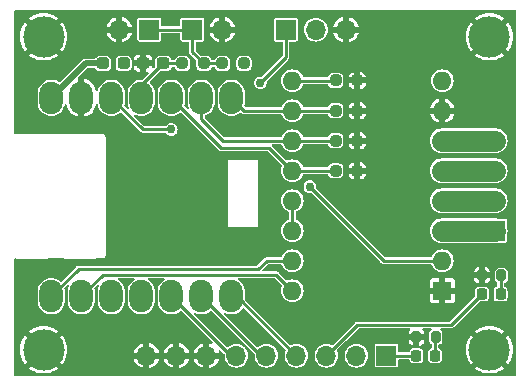
<source format=gbr>
%TF.GenerationSoftware,KiCad,Pcbnew,7.0.5*%
%TF.CreationDate,2023-07-11T15:00:58-04:00*%
%TF.ProjectId,StepperMotor_module_V2_XIAO_RP2040,53746570-7065-4724-9d6f-746f725f6d6f,rev?*%
%TF.SameCoordinates,Original*%
%TF.FileFunction,Copper,L1,Top*%
%TF.FilePolarity,Positive*%
%FSLAX46Y46*%
G04 Gerber Fmt 4.6, Leading zero omitted, Abs format (unit mm)*
G04 Created by KiCad (PCBNEW 7.0.5) date 2023-07-11 15:00:58*
%MOMM*%
%LPD*%
G01*
G04 APERTURE LIST*
G04 Aperture macros list*
%AMRoundRect*
0 Rectangle with rounded corners*
0 $1 Rounding radius*
0 $2 $3 $4 $5 $6 $7 $8 $9 X,Y pos of 4 corners*
0 Add a 4 corners polygon primitive as box body*
4,1,4,$2,$3,$4,$5,$6,$7,$8,$9,$2,$3,0*
0 Add four circle primitives for the rounded corners*
1,1,$1+$1,$2,$3*
1,1,$1+$1,$4,$5*
1,1,$1+$1,$6,$7*
1,1,$1+$1,$8,$9*
0 Add four rect primitives between the rounded corners*
20,1,$1+$1,$2,$3,$4,$5,0*
20,1,$1+$1,$4,$5,$6,$7,0*
20,1,$1+$1,$6,$7,$8,$9,0*
20,1,$1+$1,$8,$9,$2,$3,0*%
G04 Aperture macros list end*
%TA.AperFunction,SMDPad,CuDef*%
%ADD10RoundRect,0.237500X0.250000X0.237500X-0.250000X0.237500X-0.250000X-0.237500X0.250000X-0.237500X0*%
%TD*%
%TA.AperFunction,ComponentPad*%
%ADD11R,1.700000X1.700000*%
%TD*%
%TA.AperFunction,ComponentPad*%
%ADD12O,1.700000X1.700000*%
%TD*%
%TA.AperFunction,SMDPad,CuDef*%
%ADD13RoundRect,1.000000X0.000000X-0.375000X0.000000X0.375000X0.000000X0.375000X0.000000X-0.375000X0*%
%TD*%
%TA.AperFunction,SMDPad,CuDef*%
%ADD14RoundRect,0.237500X-0.250000X-0.237500X0.250000X-0.237500X0.250000X0.237500X-0.250000X0.237500X0*%
%TD*%
%TA.AperFunction,ComponentPad*%
%ADD15C,3.500000*%
%TD*%
%TA.AperFunction,SMDPad,CuDef*%
%ADD16RoundRect,0.218750X0.218750X0.256250X-0.218750X0.256250X-0.218750X-0.256250X0.218750X-0.256250X0*%
%TD*%
%TA.AperFunction,ComponentPad*%
%ADD17R,1.600000X1.600000*%
%TD*%
%TA.AperFunction,ComponentPad*%
%ADD18O,1.600000X1.600000*%
%TD*%
%TA.AperFunction,SMDPad,CuDef*%
%ADD19RoundRect,0.237500X-0.287500X-0.237500X0.287500X-0.237500X0.287500X0.237500X-0.287500X0.237500X0*%
%TD*%
%TA.AperFunction,SMDPad,CuDef*%
%ADD20RoundRect,0.200000X0.200000X0.275000X-0.200000X0.275000X-0.200000X-0.275000X0.200000X-0.275000X0*%
%TD*%
%TA.AperFunction,SMDPad,CuDef*%
%ADD21RoundRect,0.237500X0.300000X0.237500X-0.300000X0.237500X-0.300000X-0.237500X0.300000X-0.237500X0*%
%TD*%
%TA.AperFunction,ViaPad*%
%ADD22C,0.762000*%
%TD*%
%TA.AperFunction,Conductor*%
%ADD23C,0.254000*%
%TD*%
%TA.AperFunction,Conductor*%
%ADD24C,1.778000*%
%TD*%
%TA.AperFunction,Conductor*%
%ADD25C,0.508000*%
%TD*%
G04 APERTURE END LIST*
D10*
%TO.P,R11,1*%
%TO.N,+3V3*%
X141712500Y-62750000D03*
%TO.P,R11,2*%
%TO.N,Net-(J6-Pin_1)*%
X139887500Y-62750000D03*
%TD*%
D11*
%TO.P,J3,1,Pin_1*%
%TO.N,PWM_S*%
X145260000Y-59900000D03*
D12*
%TO.P,J3,2,Pin_2*%
%TO.N,VCC*%
X147800000Y-59900000D03*
%TO.P,J3,3,Pin_3*%
%TO.N,GND*%
X150340000Y-59900000D03*
%TD*%
D13*
%TO.P,U1,1,PA02_A0_D0*%
%TO.N,STEP*%
X125399250Y-82460500D03*
%TO.P,U1,2,PA4_A1_D1*%
%TO.N,DIR*%
X127939250Y-82460500D03*
%TO.P,U1,3,PA10_A2_D2*%
%TO.N,unconnected-(U1-PA10_A2_D2-Pad3)*%
X130479250Y-82460500D03*
%TO.P,U1,4,PA11_A3_D3*%
%TO.N,PWM_S*%
X133019250Y-82460500D03*
%TO.P,U1,5,PA8_A4_D4_SDA*%
%TO.N,SDA*%
X135559250Y-82460500D03*
%TO.P,U1,6,PA9_A5_D5_SCL*%
%TO.N,SCL*%
X138099250Y-82460500D03*
%TO.P,U1,7,PB08_A6_D6_TX*%
%TO.N,GPIO*%
X140639250Y-82460500D03*
%TO.P,U1,8,PB09_A7_D7_RX*%
%TO.N,MS1*%
X140639250Y-65660500D03*
%TO.P,U1,9,PA7_A8_D8_SCK*%
%TO.N,MS2*%
X138099250Y-65660500D03*
%TO.P,U1,10,PA5_A9_D9_MISO*%
%TO.N,MS3*%
X135559250Y-65660500D03*
%TO.P,U1,11,PA6_A10_D10_MOSI*%
%TO.N,LIMIT_SW_0*%
X133019250Y-65660500D03*
%TO.P,U1,12,3V3*%
%TO.N,+3V3*%
X130479250Y-65660500D03*
%TO.P,U1,13,GND*%
%TO.N,GND*%
X127939250Y-65660500D03*
%TO.P,U1,14,5V*%
%TO.N,Net-(D2-K)*%
X125399250Y-65660500D03*
%TD*%
D14*
%TO.P,R1,1*%
%TO.N,/A4988_Module/M_EN*%
X149487500Y-64200000D03*
%TO.P,R1,2*%
%TO.N,GND*%
X151312500Y-64200000D03*
%TD*%
D15*
%TO.P,H3,1,1*%
%TO.N,GND*%
X162500000Y-87000000D03*
%TD*%
D14*
%TO.P,R12,1*%
%TO.N,LIMIT_SW_0*%
X136504166Y-62750000D03*
%TO.P,R12,2*%
%TO.N,Net-(J6-Pin_1)*%
X138329166Y-62750000D03*
%TD*%
D11*
%TO.P,J7,1,Pin_1*%
%TO.N,Net-(J6-Pin_1)*%
X137340000Y-59900000D03*
D12*
%TO.P,J7,2,Pin_2*%
%TO.N,GND*%
X139880000Y-59900000D03*
%TD*%
D11*
%TO.P,J5,1,Pin_1*%
%TO.N,VPP*%
X153775000Y-87500000D03*
D12*
%TO.P,J5,2,Pin_2*%
X151235000Y-87500000D03*
%TO.P,J5,3,Pin_3*%
%TO.N,VCC*%
X148695000Y-87500000D03*
%TO.P,J5,4,Pin_4*%
%TO.N,GPIO*%
X146155000Y-87500000D03*
%TO.P,J5,5,Pin_5*%
%TO.N,SCL*%
X143615000Y-87500000D03*
%TO.P,J5,6,Pin_6*%
%TO.N,SDA*%
X141075000Y-87500000D03*
%TO.P,J5,7,Pin_7*%
%TO.N,GND*%
X138535000Y-87500000D03*
%TO.P,J5,8,Pin_8*%
X135995000Y-87500000D03*
%TO.P,J5,9,Pin_9*%
X133455000Y-87500000D03*
%TD*%
D14*
%TO.P,R4,1*%
%TO.N,MS3*%
X149487500Y-71850000D03*
%TO.P,R4,2*%
%TO.N,GND*%
X151312500Y-71850000D03*
%TD*%
D16*
%TO.P,D1,2,A*%
%TO.N,VCC*%
X161862500Y-82283333D03*
%TO.P,D1,1,K*%
%TO.N,Net-(D1-K)*%
X163437500Y-82283333D03*
%TD*%
D17*
%TO.P,A1,1,GND*%
%TO.N,GND*%
X158500000Y-82000000D03*
D18*
%TO.P,A1,2,VDD*%
%TO.N,+3V3*%
X158500000Y-79460000D03*
%TO.P,A1,3,1B*%
%TO.N,1B*%
X158500000Y-76920000D03*
%TO.P,A1,4,1A*%
%TO.N,1A*%
X158500000Y-74380000D03*
%TO.P,A1,5,2A*%
%TO.N,2A*%
X158500000Y-71840000D03*
%TO.P,A1,6,2B*%
%TO.N,2B*%
X158500000Y-69300000D03*
%TO.P,A1,7,GND*%
%TO.N,GND*%
X158500000Y-66760000D03*
%TO.P,A1,8,VMOT*%
%TO.N,VPP*%
X158500000Y-64220000D03*
%TO.P,A1,9,~{ENABLE}*%
%TO.N,/A4988_Module/M_EN*%
X145800000Y-64220000D03*
%TO.P,A1,10,MS1*%
%TO.N,MS1*%
X145800000Y-66760000D03*
%TO.P,A1,11,MS2*%
%TO.N,MS2*%
X145800000Y-69300000D03*
%TO.P,A1,12,MS3*%
%TO.N,MS3*%
X145800000Y-71840000D03*
%TO.P,A1,13,~{RESET}*%
%TO.N,Net-(A1-~{RESET})*%
X145800000Y-74380000D03*
%TO.P,A1,14,~{SLEEP}*%
X145800000Y-76920000D03*
%TO.P,A1,15,STEP*%
%TO.N,STEP*%
X145800000Y-79460000D03*
%TO.P,A1,16,DIR*%
%TO.N,DIR*%
X145800000Y-82000000D03*
%TD*%
D19*
%TO.P,D2,1,K*%
%TO.N,Net-(D2-K)*%
X129775000Y-62750000D03*
%TO.P,D2,2,A*%
%TO.N,VCC*%
X131525000Y-62750000D03*
%TD*%
D11*
%TO.P,J6,1,Pin_1*%
%TO.N,Net-(J6-Pin_1)*%
X133700000Y-59900000D03*
D12*
%TO.P,J6,2,Pin_2*%
%TO.N,GND*%
X131160000Y-59900000D03*
%TD*%
D20*
%TO.P,R10,1*%
%TO.N,Net-(D4-K)*%
X157965000Y-85916666D03*
%TO.P,R10,2*%
%TO.N,GND*%
X156315000Y-85916666D03*
%TD*%
%TO.P,R8,2*%
%TO.N,GND*%
X161865000Y-80700000D03*
%TO.P,R8,1*%
%TO.N,Net-(D1-K)*%
X163515000Y-80700000D03*
%TD*%
D16*
%TO.P,D4,1,K*%
%TO.N,Net-(D4-K)*%
X157887500Y-87500000D03*
%TO.P,D4,2,A*%
%TO.N,VPP*%
X156312500Y-87500000D03*
%TD*%
D15*
%TO.P,H2,1,1*%
%TO.N,GND*%
X124750000Y-60500000D03*
%TD*%
D21*
%TO.P,C2,1*%
%TO.N,LIMIT_SW_0*%
X134895833Y-62750000D03*
%TO.P,C2,2*%
%TO.N,GND*%
X133170833Y-62750000D03*
%TD*%
D15*
%TO.P,H4,1,1*%
%TO.N,GND*%
X162500000Y-60500000D03*
%TD*%
%TO.P,H1,1,1*%
%TO.N,GND*%
X124750000Y-87000000D03*
%TD*%
D14*
%TO.P,R3,1*%
%TO.N,MS2*%
X149487500Y-69300000D03*
%TO.P,R3,2*%
%TO.N,GND*%
X151312500Y-69300000D03*
%TD*%
D11*
%TO.P,J4,1,Pin_1*%
%TO.N,1B*%
X162990000Y-76920000D03*
D12*
%TO.P,J4,2,Pin_2*%
%TO.N,1A*%
X162990000Y-74380000D03*
%TO.P,J4,3,Pin_3*%
%TO.N,2A*%
X162990000Y-71840000D03*
%TO.P,J4,4,Pin_4*%
%TO.N,2B*%
X162990000Y-69300000D03*
%TD*%
D14*
%TO.P,R2,1*%
%TO.N,MS1*%
X149487500Y-66750000D03*
%TO.P,R2,2*%
%TO.N,GND*%
X151312500Y-66750000D03*
%TD*%
D22*
%TO.N,GND*%
X156000000Y-78000000D03*
X128000000Y-86500000D03*
X130000000Y-85000000D03*
X135000000Y-72500000D03*
X132500000Y-75000000D03*
X135000000Y-77500000D03*
X152000000Y-84000000D03*
X150000000Y-78000000D03*
X128000000Y-85000000D03*
X134000000Y-85000000D03*
X128000000Y-88000000D03*
X156000000Y-82000000D03*
X164000000Y-65500000D03*
X137500000Y-72500000D03*
X130000000Y-88000000D03*
X156000000Y-72000000D03*
X132500000Y-72500000D03*
X152000000Y-76000000D03*
X152000000Y-80000000D03*
X137500000Y-77500000D03*
X132000000Y-85000000D03*
X152000000Y-82000000D03*
X150000000Y-80000000D03*
X130000000Y-86500000D03*
X162000000Y-63500000D03*
X156000000Y-68000000D03*
X162000000Y-65500000D03*
X132500000Y-70000000D03*
X150000000Y-84000000D03*
X156000000Y-70000000D03*
X154000000Y-63500000D03*
X164000000Y-63500000D03*
X152000000Y-74000000D03*
X150000000Y-82000000D03*
X150000000Y-74000000D03*
X137500000Y-75000000D03*
X135000000Y-75000000D03*
X156000000Y-76000000D03*
X132500000Y-77500000D03*
X156000000Y-74000000D03*
X136000000Y-85000000D03*
%TO.N,+3V3*%
X147300000Y-73180000D03*
X141712500Y-62786900D03*
X135550000Y-68350000D03*
%TO.N,PWM_S*%
X143100000Y-64400000D03*
X133019250Y-82460500D03*
%TO.N,VCC*%
X131500000Y-62750000D03*
%TD*%
D23*
%TO.N,VPP*%
X156312500Y-87500000D02*
X153775000Y-87500000D01*
%TO.N,VCC*%
X151295000Y-84900000D02*
X148695000Y-87500000D01*
X159245833Y-84900000D02*
X151295000Y-84900000D01*
X161862500Y-82283333D02*
X159245833Y-84900000D01*
%TO.N,Net-(D1-K)*%
X163437500Y-80777500D02*
X163515000Y-80700000D01*
X163437500Y-82283333D02*
X163437500Y-80777500D01*
%TO.N,Net-(D4-K)*%
X157887500Y-85994166D02*
X157965000Y-85916666D01*
X157887500Y-87500000D02*
X157887500Y-85994166D01*
D24*
%TO.N,1B*%
X158500000Y-76920000D02*
X162990000Y-76920000D01*
%TO.N,1A*%
X158500000Y-74380000D02*
X162990000Y-74380000D01*
%TO.N,2A*%
X158500000Y-71840000D02*
X162990000Y-71840000D01*
%TO.N,2B*%
X158500000Y-69300000D02*
X162990000Y-69300000D01*
D23*
%TO.N,LIMIT_SW_0*%
X133019250Y-65660500D02*
X133019250Y-64626583D01*
X133019250Y-64626583D02*
X134895833Y-62750000D01*
X134895833Y-62750000D02*
X136504166Y-62750000D01*
%TO.N,/A4988_Module/M_EN*%
X145800000Y-64220000D02*
X149467500Y-64220000D01*
X149467500Y-64220000D02*
X149487500Y-64200000D01*
%TO.N,MS1*%
X145800000Y-66760000D02*
X149477500Y-66760000D01*
X145800000Y-66760000D02*
X141738750Y-66760000D01*
X141738750Y-66760000D02*
X140639250Y-65660500D01*
X149477500Y-66760000D02*
X149487500Y-66750000D01*
%TO.N,MS2*%
X138099250Y-65660500D02*
X138099250Y-67449250D01*
X139950000Y-69300000D02*
X145800000Y-69300000D01*
X138099250Y-67449250D02*
X139950000Y-69300000D01*
X145800000Y-69300000D02*
X149487500Y-69300000D01*
%TO.N,MS3*%
X135559250Y-65660500D02*
X139798750Y-69900000D01*
X139798750Y-69900000D02*
X143860000Y-69900000D01*
X143860000Y-69900000D02*
X145800000Y-71840000D01*
X149477500Y-71840000D02*
X149487500Y-71850000D01*
X145800000Y-71840000D02*
X149477500Y-71840000D01*
%TO.N,STEP*%
X145800000Y-79460000D02*
X143630000Y-79460000D01*
X125399250Y-82460500D02*
X127709750Y-80150000D01*
X142940000Y-80150000D02*
X140700000Y-80150000D01*
X127709750Y-80150000D02*
X140700000Y-80150000D01*
X143630000Y-79460000D02*
X142940000Y-80150000D01*
%TO.N,DIR*%
X144450000Y-80650000D02*
X145800000Y-82000000D01*
X127939250Y-82460500D02*
X129749750Y-80650000D01*
X129749750Y-80650000D02*
X144450000Y-80650000D01*
%TO.N,+3V3*%
X153580000Y-79460000D02*
X158500000Y-79460000D01*
X147300000Y-73180000D02*
X153580000Y-79460000D01*
X130479250Y-65660500D02*
X133168750Y-68350000D01*
X133168750Y-68350000D02*
X135550000Y-68350000D01*
%TO.N,Net-(J6-Pin_1)*%
X133700000Y-59900000D02*
X137340000Y-59900000D01*
X137340000Y-61760834D02*
X138329166Y-62750000D01*
X137340000Y-59900000D02*
X137340000Y-61760834D01*
X138329166Y-62750000D02*
X139887500Y-62750000D01*
%TO.N,PWM_S*%
X145260000Y-62240000D02*
X143100000Y-64400000D01*
X145260000Y-59900000D02*
X145260000Y-62240000D01*
%TO.N,SCL*%
X138099250Y-82460500D02*
X143138750Y-87500000D01*
X143138750Y-87500000D02*
X143615000Y-87500000D01*
%TO.N,SDA*%
X135559250Y-82460500D02*
X140598750Y-87500000D01*
X140598750Y-87500000D02*
X141075000Y-87500000D01*
D25*
%TO.N,Net-(D2-K)*%
X128309750Y-62750000D02*
X125399250Y-65660500D01*
X129775000Y-62750000D02*
X128309750Y-62750000D01*
D23*
%TO.N,GPIO*%
X141115500Y-82460500D02*
X146155000Y-87500000D01*
X140639250Y-82460500D02*
X141115500Y-82460500D01*
%TO.N,Net-(A1-~{RESET})*%
X145800000Y-74380000D02*
X145800000Y-76920000D01*
%TD*%
%TA.AperFunction,Conductor*%
%TO.N,GND*%
G36*
X164714101Y-58275065D02*
G01*
X164744165Y-58327136D01*
X164745500Y-58342400D01*
X164745500Y-89157600D01*
X164724935Y-89214101D01*
X164672864Y-89244165D01*
X164657600Y-89245500D01*
X122342400Y-89245500D01*
X122285899Y-89224935D01*
X122255835Y-89172864D01*
X122254500Y-89157600D01*
X122254500Y-86999999D01*
X122740881Y-86999999D01*
X122761331Y-87285933D01*
X122822262Y-87566027D01*
X122822264Y-87566035D01*
X122922440Y-87834616D01*
X123059821Y-88086210D01*
X123059826Y-88086217D01*
X123164604Y-88226184D01*
X123811857Y-87578930D01*
X123914894Y-87723624D01*
X124066932Y-87868592D01*
X124172665Y-87936542D01*
X123523814Y-88585394D01*
X123663782Y-88690173D01*
X123663789Y-88690178D01*
X123915383Y-88827559D01*
X124183964Y-88927735D01*
X124183972Y-88927737D01*
X124464066Y-88988668D01*
X124749999Y-89009118D01*
X125035933Y-88988668D01*
X125316027Y-88927737D01*
X125316035Y-88927735D01*
X125584616Y-88827559D01*
X125836210Y-88690178D01*
X125836219Y-88690172D01*
X125976184Y-88585395D01*
X125976184Y-88585394D01*
X125329573Y-87938784D01*
X125347410Y-87929589D01*
X125512540Y-87799729D01*
X125650110Y-87640965D01*
X125686736Y-87577525D01*
X126335394Y-88226184D01*
X126335395Y-88226184D01*
X126440172Y-88086219D01*
X126440178Y-88086210D01*
X126577559Y-87834616D01*
X126677735Y-87566035D01*
X126677737Y-87566027D01*
X126738668Y-87285933D01*
X126741524Y-87245999D01*
X132379450Y-87245999D01*
X132379451Y-87246000D01*
X133023884Y-87246000D01*
X132995507Y-87290156D01*
X132955000Y-87428111D01*
X132955000Y-87571889D01*
X132995507Y-87709844D01*
X133023884Y-87754000D01*
X132379451Y-87754000D01*
X132421139Y-87900515D01*
X132421140Y-87900518D01*
X132512341Y-88083674D01*
X132635632Y-88246938D01*
X132635640Y-88246947D01*
X132786839Y-88384785D01*
X132786841Y-88384786D01*
X132960792Y-88492492D01*
X132960797Y-88492494D01*
X133151578Y-88566403D01*
X133151583Y-88566405D01*
X133200999Y-88575641D01*
X133200999Y-87933674D01*
X133312685Y-87984680D01*
X133419237Y-88000000D01*
X133490763Y-88000000D01*
X133597315Y-87984680D01*
X133709000Y-87933674D01*
X133709000Y-88575640D01*
X133758415Y-88566405D01*
X133758424Y-88566402D01*
X133949202Y-88492494D01*
X133949207Y-88492492D01*
X134123158Y-88384786D01*
X134123160Y-88384785D01*
X134274359Y-88246947D01*
X134274367Y-88246938D01*
X134397658Y-88083674D01*
X134488859Y-87900518D01*
X134488860Y-87900515D01*
X134530549Y-87754000D01*
X133886116Y-87754000D01*
X133914493Y-87709844D01*
X133955000Y-87571889D01*
X133955000Y-87428111D01*
X133914493Y-87290156D01*
X133886116Y-87246000D01*
X134530549Y-87246000D01*
X134530549Y-87245999D01*
X134919450Y-87245999D01*
X134919451Y-87246000D01*
X135563884Y-87246000D01*
X135535507Y-87290156D01*
X135495000Y-87428111D01*
X135495000Y-87571889D01*
X135535507Y-87709844D01*
X135563884Y-87754000D01*
X134919451Y-87754000D01*
X134961139Y-87900515D01*
X134961140Y-87900518D01*
X135052341Y-88083674D01*
X135175632Y-88246938D01*
X135175640Y-88246947D01*
X135326839Y-88384785D01*
X135326841Y-88384786D01*
X135500792Y-88492492D01*
X135500797Y-88492494D01*
X135691575Y-88566402D01*
X135691584Y-88566405D01*
X135741000Y-88575641D01*
X135741000Y-87933674D01*
X135852685Y-87984680D01*
X135959237Y-88000000D01*
X136030763Y-88000000D01*
X136137315Y-87984680D01*
X136249000Y-87933674D01*
X136249000Y-88575641D01*
X136298415Y-88566405D01*
X136298424Y-88566402D01*
X136489202Y-88492494D01*
X136489207Y-88492492D01*
X136663158Y-88384786D01*
X136663160Y-88384785D01*
X136814359Y-88246947D01*
X136814367Y-88246938D01*
X136937658Y-88083674D01*
X137028859Y-87900518D01*
X137028860Y-87900515D01*
X137070549Y-87754000D01*
X136426116Y-87754000D01*
X136454493Y-87709844D01*
X136495000Y-87571889D01*
X136495000Y-87428111D01*
X136454493Y-87290156D01*
X136426116Y-87246000D01*
X137070549Y-87246000D01*
X137070549Y-87245999D01*
X137028860Y-87099484D01*
X137028859Y-87099481D01*
X136937658Y-86916325D01*
X136814367Y-86753061D01*
X136814359Y-86753052D01*
X136663160Y-86615214D01*
X136663158Y-86615213D01*
X136489207Y-86507507D01*
X136489202Y-86507505D01*
X136298418Y-86433595D01*
X136298410Y-86433592D01*
X136249000Y-86424356D01*
X136249000Y-87066325D01*
X136137315Y-87015320D01*
X136030763Y-87000000D01*
X135959237Y-87000000D01*
X135852685Y-87015320D01*
X135741000Y-87066325D01*
X135741000Y-86424356D01*
X135740999Y-86424356D01*
X135691589Y-86433592D01*
X135691581Y-86433595D01*
X135500797Y-86507505D01*
X135500792Y-86507507D01*
X135326841Y-86615213D01*
X135326839Y-86615214D01*
X135175640Y-86753052D01*
X135175632Y-86753061D01*
X135052341Y-86916325D01*
X134961140Y-87099481D01*
X134961139Y-87099484D01*
X134919450Y-87245999D01*
X134530549Y-87245999D01*
X134488860Y-87099484D01*
X134488859Y-87099481D01*
X134397658Y-86916325D01*
X134274367Y-86753061D01*
X134274359Y-86753052D01*
X134123160Y-86615214D01*
X134123158Y-86615213D01*
X133949207Y-86507507D01*
X133949202Y-86507505D01*
X133758418Y-86433595D01*
X133758410Y-86433592D01*
X133709000Y-86424356D01*
X133709000Y-87066325D01*
X133597315Y-87015320D01*
X133490763Y-87000000D01*
X133419237Y-87000000D01*
X133312685Y-87015320D01*
X133200999Y-87066325D01*
X133200999Y-86424356D01*
X133151584Y-86433594D01*
X133151575Y-86433597D01*
X132960797Y-86507505D01*
X132960792Y-86507507D01*
X132786841Y-86615213D01*
X132786839Y-86615214D01*
X132635640Y-86753052D01*
X132635632Y-86753061D01*
X132512341Y-86916325D01*
X132421140Y-87099481D01*
X132421139Y-87099484D01*
X132379450Y-87245999D01*
X126741524Y-87245999D01*
X126759118Y-86999999D01*
X126738668Y-86714066D01*
X126677737Y-86433972D01*
X126677735Y-86433964D01*
X126577559Y-86165383D01*
X126440178Y-85913789D01*
X126440173Y-85913782D01*
X126335394Y-85773814D01*
X125688140Y-86421067D01*
X125585106Y-86276376D01*
X125433068Y-86131408D01*
X125327332Y-86063455D01*
X125976184Y-85414604D01*
X125836217Y-85309826D01*
X125836210Y-85309821D01*
X125584616Y-85172440D01*
X125316035Y-85072264D01*
X125316027Y-85072262D01*
X125035933Y-85011331D01*
X124750000Y-84990881D01*
X124464066Y-85011331D01*
X124183972Y-85072262D01*
X124183964Y-85072264D01*
X123915383Y-85172440D01*
X123663789Y-85309821D01*
X123663782Y-85309826D01*
X123523814Y-85414603D01*
X124170426Y-86061215D01*
X124152590Y-86070411D01*
X123987460Y-86200271D01*
X123849890Y-86359035D01*
X123813263Y-86422474D01*
X123164603Y-85773814D01*
X123059826Y-85913782D01*
X123059821Y-85913789D01*
X122922440Y-86165383D01*
X122822264Y-86433964D01*
X122822262Y-86433972D01*
X122761331Y-86714066D01*
X122740881Y-86999999D01*
X122254500Y-86999999D01*
X122254500Y-82906654D01*
X124246350Y-82906654D01*
X124246351Y-82906671D01*
X124252513Y-82995461D01*
X124301431Y-83203444D01*
X124301434Y-83203455D01*
X124387736Y-83398911D01*
X124387737Y-83398913D01*
X124508480Y-83575176D01*
X124508482Y-83575178D01*
X124508485Y-83575182D01*
X124659568Y-83726265D01*
X124659571Y-83726267D01*
X124659573Y-83726269D01*
X124835836Y-83847012D01*
X124835838Y-83847013D01*
X124835839Y-83847013D01*
X124835840Y-83847014D01*
X125031299Y-83933317D01*
X125239287Y-83982236D01*
X125328093Y-83988400D01*
X125470406Y-83988399D01*
X125470422Y-83988398D01*
X125509750Y-83985668D01*
X125559213Y-83982236D01*
X125767201Y-83933317D01*
X125962660Y-83847014D01*
X126138932Y-83726265D01*
X126290015Y-83575182D01*
X126410764Y-83398910D01*
X126497067Y-83203451D01*
X126545986Y-82995463D01*
X126552150Y-82906657D01*
X126552149Y-82014344D01*
X126545986Y-81925537D01*
X126516077Y-81798376D01*
X126523159Y-81738671D01*
X126539484Y-81716102D01*
X126748813Y-81506773D01*
X126803305Y-81481364D01*
X126861383Y-81496927D01*
X126895871Y-81546180D01*
X126891377Y-81604434D01*
X126841433Y-81717549D01*
X126841431Y-81717555D01*
X126792513Y-81925538D01*
X126786350Y-82014341D01*
X126786350Y-82906654D01*
X126786351Y-82906671D01*
X126792513Y-82995461D01*
X126841431Y-83203444D01*
X126841434Y-83203455D01*
X126927736Y-83398911D01*
X126927737Y-83398913D01*
X127048480Y-83575176D01*
X127048482Y-83575178D01*
X127048485Y-83575182D01*
X127199568Y-83726265D01*
X127199571Y-83726267D01*
X127199573Y-83726269D01*
X127375836Y-83847012D01*
X127375838Y-83847013D01*
X127375839Y-83847013D01*
X127375840Y-83847014D01*
X127571299Y-83933317D01*
X127779287Y-83982236D01*
X127868093Y-83988400D01*
X128010406Y-83988399D01*
X128010422Y-83988398D01*
X128049750Y-83985668D01*
X128099213Y-83982236D01*
X128307201Y-83933317D01*
X128502660Y-83847014D01*
X128678932Y-83726265D01*
X128830015Y-83575182D01*
X128950764Y-83398910D01*
X129037067Y-83203451D01*
X129085986Y-82995463D01*
X129092150Y-82906657D01*
X129092149Y-82014344D01*
X129085986Y-81925537D01*
X129056077Y-81798376D01*
X129063159Y-81738671D01*
X129079484Y-81716102D01*
X129288813Y-81506773D01*
X129343305Y-81481364D01*
X129401383Y-81496927D01*
X129435871Y-81546180D01*
X129431377Y-81604434D01*
X129381433Y-81717549D01*
X129381431Y-81717555D01*
X129332513Y-81925538D01*
X129326350Y-82014341D01*
X129326350Y-82906654D01*
X129326351Y-82906671D01*
X129332513Y-82995461D01*
X129381431Y-83203444D01*
X129381434Y-83203455D01*
X129467736Y-83398911D01*
X129467737Y-83398913D01*
X129588480Y-83575176D01*
X129588482Y-83575178D01*
X129588485Y-83575182D01*
X129739568Y-83726265D01*
X129739571Y-83726267D01*
X129739573Y-83726269D01*
X129915836Y-83847012D01*
X129915838Y-83847013D01*
X129915839Y-83847013D01*
X129915840Y-83847014D01*
X130111299Y-83933317D01*
X130319287Y-83982236D01*
X130408093Y-83988400D01*
X130550406Y-83988399D01*
X130550422Y-83988398D01*
X130589750Y-83985668D01*
X130639213Y-83982236D01*
X130847201Y-83933317D01*
X131042660Y-83847014D01*
X131218932Y-83726265D01*
X131370015Y-83575182D01*
X131490764Y-83398910D01*
X131577067Y-83203451D01*
X131625986Y-82995463D01*
X131632150Y-82906657D01*
X131632149Y-82014344D01*
X131625986Y-81925537D01*
X131577067Y-81717549D01*
X131490764Y-81522090D01*
X131490763Y-81522088D01*
X131490762Y-81522086D01*
X131370019Y-81345823D01*
X131370017Y-81345821D01*
X131370015Y-81345818D01*
X131218932Y-81194735D01*
X131211335Y-81189531D01*
X131066501Y-81090317D01*
X131031510Y-81041421D01*
X131036135Y-80981472D01*
X131078213Y-80938521D01*
X131116177Y-80929900D01*
X132382323Y-80929900D01*
X132438824Y-80950465D01*
X132468888Y-81002536D01*
X132458447Y-81061750D01*
X132431999Y-81090317D01*
X132279571Y-81194732D01*
X132128480Y-81345823D01*
X132007737Y-81522086D01*
X132007736Y-81522088D01*
X131921434Y-81717544D01*
X131921431Y-81717555D01*
X131872513Y-81925538D01*
X131866350Y-82014341D01*
X131866350Y-82906654D01*
X131866351Y-82906671D01*
X131872513Y-82995461D01*
X131921431Y-83203444D01*
X131921434Y-83203455D01*
X132007736Y-83398911D01*
X132007737Y-83398913D01*
X132128480Y-83575176D01*
X132128482Y-83575178D01*
X132128485Y-83575182D01*
X132279568Y-83726265D01*
X132279571Y-83726267D01*
X132279573Y-83726269D01*
X132455836Y-83847012D01*
X132455838Y-83847013D01*
X132455839Y-83847013D01*
X132455840Y-83847014D01*
X132651299Y-83933317D01*
X132859287Y-83982236D01*
X132948093Y-83988400D01*
X133090406Y-83988399D01*
X133090422Y-83988398D01*
X133129750Y-83985668D01*
X133179213Y-83982236D01*
X133387201Y-83933317D01*
X133582660Y-83847014D01*
X133758932Y-83726265D01*
X133910015Y-83575182D01*
X134030764Y-83398910D01*
X134117067Y-83203451D01*
X134165986Y-82995463D01*
X134172150Y-82906657D01*
X134172149Y-82014344D01*
X134165986Y-81925537D01*
X134117067Y-81717549D01*
X134030764Y-81522090D01*
X134030763Y-81522088D01*
X134030762Y-81522086D01*
X133910019Y-81345823D01*
X133910017Y-81345821D01*
X133910015Y-81345818D01*
X133758932Y-81194735D01*
X133751335Y-81189531D01*
X133606501Y-81090317D01*
X133571510Y-81041421D01*
X133576135Y-80981472D01*
X133618213Y-80938521D01*
X133656177Y-80929900D01*
X134922323Y-80929900D01*
X134978824Y-80950465D01*
X135008888Y-81002536D01*
X134998447Y-81061750D01*
X134971999Y-81090317D01*
X134819571Y-81194732D01*
X134668480Y-81345823D01*
X134547737Y-81522086D01*
X134547736Y-81522088D01*
X134461434Y-81717544D01*
X134461431Y-81717555D01*
X134412513Y-81925538D01*
X134406350Y-82014341D01*
X134406350Y-82906654D01*
X134406351Y-82906671D01*
X134412513Y-82995461D01*
X134461431Y-83203444D01*
X134461434Y-83203455D01*
X134547736Y-83398911D01*
X134547737Y-83398913D01*
X134668480Y-83575176D01*
X134668482Y-83575178D01*
X134668485Y-83575182D01*
X134819568Y-83726265D01*
X134819571Y-83726267D01*
X134819573Y-83726269D01*
X134995836Y-83847012D01*
X134995838Y-83847013D01*
X134995839Y-83847013D01*
X134995840Y-83847014D01*
X135191299Y-83933317D01*
X135399287Y-83982236D01*
X135488093Y-83988400D01*
X135630406Y-83988399D01*
X135630422Y-83988398D01*
X135669750Y-83985668D01*
X135719213Y-83982236D01*
X135927201Y-83933317D01*
X136122660Y-83847014D01*
X136298932Y-83726265D01*
X136301891Y-83723305D01*
X136356377Y-83697887D01*
X136414458Y-83713439D01*
X136426208Y-83723296D01*
X139030369Y-86327458D01*
X139055780Y-86381952D01*
X139040217Y-86440030D01*
X138990964Y-86474518D01*
X138936461Y-86471577D01*
X138838418Y-86433595D01*
X138838410Y-86433592D01*
X138789000Y-86424356D01*
X138789000Y-87066325D01*
X138677315Y-87015320D01*
X138570763Y-87000000D01*
X138499237Y-87000000D01*
X138392685Y-87015320D01*
X138281000Y-87066325D01*
X138281000Y-86424356D01*
X138280999Y-86424356D01*
X138231589Y-86433592D01*
X138231581Y-86433595D01*
X138040797Y-86507505D01*
X138040792Y-86507507D01*
X137866841Y-86615213D01*
X137866839Y-86615214D01*
X137715640Y-86753052D01*
X137715632Y-86753061D01*
X137592341Y-86916325D01*
X137501140Y-87099481D01*
X137501139Y-87099484D01*
X137459450Y-87245999D01*
X137459451Y-87246000D01*
X138103884Y-87246000D01*
X138075507Y-87290156D01*
X138035000Y-87428111D01*
X138035000Y-87571889D01*
X138075507Y-87709844D01*
X138103884Y-87754000D01*
X137459451Y-87754000D01*
X137501139Y-87900515D01*
X137501140Y-87900518D01*
X137592341Y-88083674D01*
X137715632Y-88246938D01*
X137715640Y-88246947D01*
X137866839Y-88384785D01*
X137866841Y-88384786D01*
X138040792Y-88492492D01*
X138040797Y-88492494D01*
X138231575Y-88566402D01*
X138231584Y-88566405D01*
X138281000Y-88575641D01*
X138281000Y-87933674D01*
X138392685Y-87984680D01*
X138499237Y-88000000D01*
X138570763Y-88000000D01*
X138677315Y-87984680D01*
X138789000Y-87933674D01*
X138789000Y-88575641D01*
X138838415Y-88566405D01*
X138838424Y-88566402D01*
X139029202Y-88492494D01*
X139029207Y-88492492D01*
X139203158Y-88384786D01*
X139203160Y-88384785D01*
X139354359Y-88246947D01*
X139354367Y-88246938D01*
X139477658Y-88083674D01*
X139568859Y-87900518D01*
X139568860Y-87900515D01*
X139610549Y-87754000D01*
X138966116Y-87754000D01*
X138994493Y-87709844D01*
X139035000Y-87571889D01*
X139035000Y-87428111D01*
X138994493Y-87290156D01*
X138966116Y-87246000D01*
X139610549Y-87246000D01*
X139610549Y-87245999D01*
X139568612Y-87098611D01*
X139572929Y-87038639D01*
X139614785Y-86995472D01*
X139674595Y-86989310D01*
X139715311Y-87012400D01*
X140050013Y-87347102D01*
X140075424Y-87401596D01*
X140075335Y-87417872D01*
X140067247Y-87499999D01*
X140086612Y-87696609D01*
X140138543Y-87867800D01*
X140143958Y-87885650D01*
X140237084Y-88059878D01*
X140362411Y-88212589D01*
X140515122Y-88337916D01*
X140689350Y-88431042D01*
X140878397Y-88488389D01*
X141075000Y-88507753D01*
X141271603Y-88488389D01*
X141460650Y-88431042D01*
X141634878Y-88337916D01*
X141787589Y-88212589D01*
X141912916Y-88059878D01*
X142006042Y-87885650D01*
X142063389Y-87696603D01*
X142082753Y-87500000D01*
X142063389Y-87303397D01*
X142006042Y-87114350D01*
X141912916Y-86940122D01*
X141893386Y-86916325D01*
X141811787Y-86816896D01*
X141797672Y-86776762D01*
X141776718Y-86774929D01*
X141758106Y-86763214D01*
X141634878Y-86662084D01*
X141460650Y-86568958D01*
X141460649Y-86568957D01*
X141460648Y-86568957D01*
X141271609Y-86511612D01*
X141271604Y-86511611D01*
X141271603Y-86511611D01*
X141075000Y-86492247D01*
X140878397Y-86511611D01*
X140878395Y-86511611D01*
X140878390Y-86511612D01*
X140689351Y-86568957D01*
X140515121Y-86662084D01*
X140379829Y-86773116D01*
X140323107Y-86793063D01*
X140266834Y-86771883D01*
X140261911Y-86767323D01*
X137520526Y-84025938D01*
X137495115Y-83971444D01*
X137510678Y-83913366D01*
X137559931Y-83878878D01*
X137618185Y-83883372D01*
X137731299Y-83933317D01*
X137939287Y-83982236D01*
X138028093Y-83988400D01*
X138170406Y-83988399D01*
X138170422Y-83988398D01*
X138209750Y-83985668D01*
X138259213Y-83982236D01*
X138467201Y-83933317D01*
X138662660Y-83847014D01*
X138838932Y-83726265D01*
X138841891Y-83723305D01*
X138896377Y-83697887D01*
X138954458Y-83713439D01*
X138966208Y-83723296D01*
X141876021Y-86633110D01*
X141898140Y-86680546D01*
X141924512Y-86685493D01*
X141941889Y-86698978D01*
X142590013Y-87347102D01*
X142615424Y-87401596D01*
X142615335Y-87417872D01*
X142607247Y-87499999D01*
X142626612Y-87696609D01*
X142678543Y-87867800D01*
X142683958Y-87885650D01*
X142777084Y-88059878D01*
X142902411Y-88212589D01*
X143055122Y-88337916D01*
X143229350Y-88431042D01*
X143418397Y-88488389D01*
X143615000Y-88507753D01*
X143811603Y-88488389D01*
X144000650Y-88431042D01*
X144174878Y-88337916D01*
X144327589Y-88212589D01*
X144452916Y-88059878D01*
X144546042Y-87885650D01*
X144603389Y-87696603D01*
X144622753Y-87500000D01*
X144603389Y-87303397D01*
X144546042Y-87114350D01*
X144452916Y-86940122D01*
X144327589Y-86787411D01*
X144174878Y-86662084D01*
X144000650Y-86568958D01*
X144000649Y-86568957D01*
X144000648Y-86568957D01*
X143811609Y-86511612D01*
X143811604Y-86511611D01*
X143811603Y-86511611D01*
X143615000Y-86492247D01*
X143418397Y-86511611D01*
X143418395Y-86511611D01*
X143418390Y-86511612D01*
X143229351Y-86568957D01*
X143055121Y-86662084D01*
X142919829Y-86773116D01*
X142863107Y-86793063D01*
X142806834Y-86771883D01*
X142801911Y-86767323D01*
X140060526Y-84025938D01*
X140035115Y-83971444D01*
X140050678Y-83913366D01*
X140099931Y-83878878D01*
X140158185Y-83883372D01*
X140271299Y-83933317D01*
X140479287Y-83982236D01*
X140568093Y-83988400D01*
X140710406Y-83988399D01*
X140710422Y-83988398D01*
X140749750Y-83985668D01*
X140799213Y-83982236D01*
X141007201Y-83933317D01*
X141202660Y-83847014D01*
X141378932Y-83726265D01*
X141530015Y-83575182D01*
X141593912Y-83481903D01*
X141642809Y-83446911D01*
X141702758Y-83451536D01*
X141728585Y-83469423D01*
X145229954Y-86970792D01*
X145255365Y-87025286D01*
X145245320Y-87074382D01*
X145223958Y-87114347D01*
X145223957Y-87114351D01*
X145166612Y-87303390D01*
X145166611Y-87303395D01*
X145166611Y-87303397D01*
X145161114Y-87359210D01*
X145147247Y-87500000D01*
X145166612Y-87696609D01*
X145218543Y-87867800D01*
X145223958Y-87885650D01*
X145317084Y-88059878D01*
X145442411Y-88212589D01*
X145595122Y-88337916D01*
X145769350Y-88431042D01*
X145958397Y-88488389D01*
X146155000Y-88507753D01*
X146351603Y-88488389D01*
X146540650Y-88431042D01*
X146714878Y-88337916D01*
X146867589Y-88212589D01*
X146992916Y-88059878D01*
X147086042Y-87885650D01*
X147143389Y-87696603D01*
X147162753Y-87500000D01*
X147687247Y-87500000D01*
X147706612Y-87696609D01*
X147758543Y-87867800D01*
X147763958Y-87885650D01*
X147857084Y-88059878D01*
X147982411Y-88212589D01*
X148135122Y-88337916D01*
X148309350Y-88431042D01*
X148498397Y-88488389D01*
X148695000Y-88507753D01*
X148891603Y-88488389D01*
X149080650Y-88431042D01*
X149254878Y-88337916D01*
X149407589Y-88212589D01*
X149532916Y-88059878D01*
X149626042Y-87885650D01*
X149683389Y-87696603D01*
X149702753Y-87500000D01*
X150227247Y-87500000D01*
X150246612Y-87696609D01*
X150298543Y-87867800D01*
X150303958Y-87885650D01*
X150397084Y-88059878D01*
X150522411Y-88212589D01*
X150675122Y-88337916D01*
X150849350Y-88431042D01*
X151038397Y-88488389D01*
X151235000Y-88507753D01*
X151431603Y-88488389D01*
X151620650Y-88431042D01*
X151744098Y-88365058D01*
X152772100Y-88365058D01*
X152780972Y-88409658D01*
X152814766Y-88460234D01*
X152831701Y-88471550D01*
X152865341Y-88494028D01*
X152872741Y-88495499D01*
X152909943Y-88502900D01*
X154640056Y-88502899D01*
X154640058Y-88502899D01*
X154652750Y-88500374D01*
X154684658Y-88494028D01*
X154735234Y-88460234D01*
X154769028Y-88409658D01*
X154777900Y-88365057D01*
X154777900Y-87867800D01*
X154798465Y-87811299D01*
X154850536Y-87781235D01*
X154865800Y-87779900D01*
X155644386Y-87779900D01*
X155700887Y-87800465D01*
X155730951Y-87852536D01*
X155731359Y-87855077D01*
X155732284Y-87861424D01*
X155732625Y-87863764D01*
X155732626Y-87863767D01*
X155762539Y-87924952D01*
X155787101Y-87975193D01*
X155874807Y-88062899D01*
X155922490Y-88086210D01*
X155986233Y-88117373D01*
X155986234Y-88117373D01*
X155986238Y-88117375D01*
X156058478Y-88127900D01*
X156058482Y-88127900D01*
X156566517Y-88127900D01*
X156566522Y-88127900D01*
X156638762Y-88117375D01*
X156638766Y-88117373D01*
X156638767Y-88117373D01*
X156674303Y-88100000D01*
X156750193Y-88062899D01*
X156837899Y-87975193D01*
X156875351Y-87898584D01*
X156892373Y-87863767D01*
X156892373Y-87863766D01*
X156892375Y-87863762D01*
X156902900Y-87791522D01*
X156902900Y-87208478D01*
X156892375Y-87136238D01*
X156892373Y-87136233D01*
X156892373Y-87136232D01*
X156856625Y-87063111D01*
X156837899Y-87024807D01*
X156750193Y-86937101D01*
X156707696Y-86916325D01*
X156638766Y-86882626D01*
X156638763Y-86882625D01*
X156638762Y-86882625D01*
X156566522Y-86872100D01*
X156058478Y-86872100D01*
X155986238Y-86882625D01*
X155986236Y-86882625D01*
X155986234Y-86882626D01*
X155986232Y-86882626D01*
X155874808Y-86937100D01*
X155787100Y-87024808D01*
X155732626Y-87136232D01*
X155732625Y-87136235D01*
X155732625Y-87136238D01*
X155731366Y-87144872D01*
X155702873Y-87197818D01*
X155647011Y-87220061D01*
X155644386Y-87220100D01*
X154865799Y-87220100D01*
X154809298Y-87199535D01*
X154779234Y-87147464D01*
X154777899Y-87132200D01*
X154777899Y-86634941D01*
X154771021Y-86600365D01*
X154769028Y-86590342D01*
X154735234Y-86539766D01*
X154727458Y-86534570D01*
X154684658Y-86505971D01*
X154647456Y-86498571D01*
X154640057Y-86497100D01*
X154640056Y-86497100D01*
X152909941Y-86497100D01*
X152865341Y-86505972D01*
X152814767Y-86539765D01*
X152814764Y-86539768D01*
X152780971Y-86590341D01*
X152772100Y-86634943D01*
X152772100Y-88365058D01*
X151744098Y-88365058D01*
X151794878Y-88337916D01*
X151947589Y-88212589D01*
X152072916Y-88059878D01*
X152166042Y-87885650D01*
X152223389Y-87696603D01*
X152242753Y-87500000D01*
X152223389Y-87303397D01*
X152166042Y-87114350D01*
X152072916Y-86940122D01*
X151947589Y-86787411D01*
X151794878Y-86662084D01*
X151620650Y-86568958D01*
X151620649Y-86568957D01*
X151620648Y-86568957D01*
X151431609Y-86511612D01*
X151431604Y-86511611D01*
X151431603Y-86511611D01*
X151235000Y-86492247D01*
X151038397Y-86511611D01*
X151038395Y-86511611D01*
X151038390Y-86511612D01*
X150849351Y-86568957D01*
X150675121Y-86662084D01*
X150522413Y-86787409D01*
X150522409Y-86787413D01*
X150397084Y-86940121D01*
X150303957Y-87114351D01*
X150246612Y-87303390D01*
X150246611Y-87303395D01*
X150246611Y-87303397D01*
X150241114Y-87359210D01*
X150227247Y-87500000D01*
X149702753Y-87500000D01*
X149683389Y-87303397D01*
X149665978Y-87246000D01*
X149626044Y-87114356D01*
X149626043Y-87114355D01*
X149626042Y-87114350D01*
X149604677Y-87074379D01*
X149596180Y-87014860D01*
X149620042Y-86970794D01*
X150344483Y-86246354D01*
X155661000Y-86246354D01*
X155663875Y-86277021D01*
X155663875Y-86277023D01*
X155709076Y-86406197D01*
X155709077Y-86406201D01*
X155790346Y-86516318D01*
X155790347Y-86516319D01*
X155900464Y-86597588D01*
X155900468Y-86597589D01*
X156029643Y-86642790D01*
X156060311Y-86645665D01*
X156060314Y-86645666D01*
X156060999Y-86645666D01*
X156061000Y-86645665D01*
X156569000Y-86645665D01*
X156569001Y-86645666D01*
X156569686Y-86645666D01*
X156569688Y-86645665D01*
X156600355Y-86642790D01*
X156600357Y-86642790D01*
X156729531Y-86597589D01*
X156729535Y-86597588D01*
X156839652Y-86516319D01*
X156839653Y-86516318D01*
X156920922Y-86406201D01*
X156920923Y-86406197D01*
X156966124Y-86277023D01*
X156966124Y-86277021D01*
X156968999Y-86246354D01*
X156969000Y-86246352D01*
X156969000Y-86170667D01*
X156968999Y-86170666D01*
X156569001Y-86170666D01*
X156569000Y-86170667D01*
X156569000Y-86645665D01*
X156061000Y-86645665D01*
X156061000Y-86645664D01*
X156061000Y-86170667D01*
X156060999Y-86170666D01*
X155661001Y-86170666D01*
X155661000Y-86170667D01*
X155661000Y-86246354D01*
X150344483Y-86246354D01*
X151385193Y-85205645D01*
X151439688Y-85180234D01*
X151447349Y-85179900D01*
X155717420Y-85179900D01*
X155773921Y-85200465D01*
X155803985Y-85252536D01*
X155793544Y-85311750D01*
X155788145Y-85319996D01*
X155709077Y-85427130D01*
X155709076Y-85427134D01*
X155663875Y-85556308D01*
X155663875Y-85556310D01*
X155661000Y-85586977D01*
X155661000Y-85662665D01*
X155661001Y-85662666D01*
X156968999Y-85662666D01*
X156969000Y-85662664D01*
X156969000Y-85586979D01*
X156968999Y-85586977D01*
X156966124Y-85556310D01*
X156966124Y-85556308D01*
X156920923Y-85427134D01*
X156920922Y-85427130D01*
X156841855Y-85319996D01*
X156824851Y-85262323D01*
X156848896Y-85207213D01*
X156902739Y-85180453D01*
X156912580Y-85179900D01*
X157526102Y-85179900D01*
X157582603Y-85200465D01*
X157612667Y-85252536D01*
X157602226Y-85311750D01*
X157564707Y-85346769D01*
X157557104Y-85350485D01*
X157473819Y-85433770D01*
X157423197Y-85537320D01*
X157422094Y-85539578D01*
X157412100Y-85608172D01*
X157412100Y-86225160D01*
X157422094Y-86293754D01*
X157438571Y-86327458D01*
X157473819Y-86399561D01*
X157473820Y-86399562D01*
X157473821Y-86399564D01*
X157557102Y-86482845D01*
X157558301Y-86483431D01*
X157559135Y-86484296D01*
X157563031Y-86487078D01*
X157562514Y-86487801D01*
X157600031Y-86526716D01*
X157607600Y-86562401D01*
X157607600Y-86805089D01*
X157587035Y-86861590D01*
X157558307Y-86884057D01*
X157449807Y-86937101D01*
X157362100Y-87024808D01*
X157307626Y-87136232D01*
X157307626Y-87136234D01*
X157307626Y-87136235D01*
X157307625Y-87136238D01*
X157297100Y-87208478D01*
X157297100Y-87208481D01*
X157297100Y-87208482D01*
X157297100Y-87791517D01*
X157297099Y-87791517D01*
X157297100Y-87791522D01*
X157307625Y-87863762D01*
X157307625Y-87863763D01*
X157307626Y-87863765D01*
X157307626Y-87863767D01*
X157337539Y-87924952D01*
X157362101Y-87975193D01*
X157449807Y-88062899D01*
X157497490Y-88086210D01*
X157561233Y-88117373D01*
X157561234Y-88117373D01*
X157561238Y-88117375D01*
X157633478Y-88127900D01*
X157633482Y-88127900D01*
X158141517Y-88127900D01*
X158141522Y-88127900D01*
X158213762Y-88117375D01*
X158213766Y-88117373D01*
X158213767Y-88117373D01*
X158249303Y-88100000D01*
X158325193Y-88062899D01*
X158412899Y-87975193D01*
X158450351Y-87898584D01*
X158467373Y-87863767D01*
X158467373Y-87863766D01*
X158467375Y-87863762D01*
X158477900Y-87791522D01*
X158477900Y-87208478D01*
X158467375Y-87136238D01*
X158467373Y-87136233D01*
X158467373Y-87136232D01*
X158431625Y-87063111D01*
X158412899Y-87024807D01*
X158388091Y-86999999D01*
X160490881Y-86999999D01*
X160511331Y-87285933D01*
X160572262Y-87566027D01*
X160572264Y-87566035D01*
X160672440Y-87834616D01*
X160809821Y-88086210D01*
X160809826Y-88086217D01*
X160914604Y-88226184D01*
X161561857Y-87578930D01*
X161664894Y-87723624D01*
X161816932Y-87868592D01*
X161922665Y-87936542D01*
X161273814Y-88585394D01*
X161413782Y-88690173D01*
X161413789Y-88690178D01*
X161665383Y-88827559D01*
X161933964Y-88927735D01*
X161933972Y-88927737D01*
X162214066Y-88988668D01*
X162500000Y-89009118D01*
X162785933Y-88988668D01*
X163066027Y-88927737D01*
X163066035Y-88927735D01*
X163334616Y-88827559D01*
X163586210Y-88690178D01*
X163586219Y-88690172D01*
X163726184Y-88585395D01*
X163726184Y-88585394D01*
X163079573Y-87938784D01*
X163097410Y-87929589D01*
X163262540Y-87799729D01*
X163400110Y-87640965D01*
X163436736Y-87577526D01*
X164085394Y-88226184D01*
X164085395Y-88226184D01*
X164190172Y-88086219D01*
X164190178Y-88086210D01*
X164327559Y-87834616D01*
X164427735Y-87566035D01*
X164427737Y-87566027D01*
X164488668Y-87285933D01*
X164509118Y-86999999D01*
X164488668Y-86714066D01*
X164427737Y-86433972D01*
X164427735Y-86433964D01*
X164327559Y-86165383D01*
X164190178Y-85913789D01*
X164190173Y-85913782D01*
X164085394Y-85773814D01*
X163438141Y-86421067D01*
X163335106Y-86276376D01*
X163183068Y-86131408D01*
X163077331Y-86063455D01*
X163726184Y-85414604D01*
X163586217Y-85309826D01*
X163586210Y-85309821D01*
X163334616Y-85172440D01*
X163066035Y-85072264D01*
X163066027Y-85072262D01*
X162785933Y-85011331D01*
X162500000Y-84990881D01*
X162214066Y-85011331D01*
X161933972Y-85072262D01*
X161933964Y-85072264D01*
X161665383Y-85172440D01*
X161413789Y-85309821D01*
X161413782Y-85309826D01*
X161273814Y-85414603D01*
X161920426Y-86061215D01*
X161902590Y-86070411D01*
X161737460Y-86200271D01*
X161599890Y-86359035D01*
X161563263Y-86422474D01*
X160914603Y-85773814D01*
X160809826Y-85913782D01*
X160809821Y-85913789D01*
X160672440Y-86165383D01*
X160572264Y-86433964D01*
X160572262Y-86433972D01*
X160511331Y-86714066D01*
X160490881Y-86999999D01*
X158388091Y-86999999D01*
X158325193Y-86937101D01*
X158282696Y-86916325D01*
X158216693Y-86884057D01*
X158174966Y-86840766D01*
X158167400Y-86805089D01*
X158167400Y-86625117D01*
X158187965Y-86568616D01*
X158240036Y-86538552D01*
X158242566Y-86538144D01*
X158267088Y-86534572D01*
X158372898Y-86482845D01*
X158456179Y-86399564D01*
X158507906Y-86293754D01*
X158517900Y-86225160D01*
X158517900Y-85608172D01*
X158507906Y-85539578D01*
X158456179Y-85433768D01*
X158372898Y-85350487D01*
X158372896Y-85350486D01*
X158372895Y-85350485D01*
X158365293Y-85346769D01*
X158323565Y-85303478D01*
X158319425Y-85243494D01*
X158354812Y-85194883D01*
X158403898Y-85179900D01*
X159185834Y-85179900D01*
X159198275Y-85181931D01*
X159198421Y-85180892D01*
X159206487Y-85182016D01*
X159206493Y-85182018D01*
X159251287Y-85179946D01*
X159253315Y-85179900D01*
X159271768Y-85179900D01*
X159275165Y-85179264D01*
X159281216Y-85178563D01*
X159299605Y-85177712D01*
X159311026Y-85177185D01*
X159316882Y-85174598D01*
X159319852Y-85173288D01*
X159339207Y-85167293D01*
X159348696Y-85165520D01*
X159374074Y-85149804D01*
X159379440Y-85146975D01*
X159406755Y-85134916D01*
X159413581Y-85128089D01*
X159429461Y-85115510D01*
X159437666Y-85110431D01*
X159455648Y-85086617D01*
X159459636Y-85082033D01*
X161604692Y-82936978D01*
X161659187Y-82911567D01*
X161666848Y-82911233D01*
X162116517Y-82911233D01*
X162116522Y-82911233D01*
X162188762Y-82900708D01*
X162188766Y-82900706D01*
X162188767Y-82900706D01*
X162223584Y-82883684D01*
X162300193Y-82846232D01*
X162387899Y-82758526D01*
X162442375Y-82647095D01*
X162452900Y-82574855D01*
X162452900Y-82574850D01*
X162847099Y-82574850D01*
X162847100Y-82574855D01*
X162857625Y-82647095D01*
X162857625Y-82647096D01*
X162857626Y-82647098D01*
X162857626Y-82647100D01*
X162889630Y-82712562D01*
X162912101Y-82758526D01*
X162999807Y-82846232D01*
X163058176Y-82874767D01*
X163111233Y-82900706D01*
X163111234Y-82900706D01*
X163111238Y-82900708D01*
X163183478Y-82911233D01*
X163183482Y-82911233D01*
X163691517Y-82911233D01*
X163691522Y-82911233D01*
X163763762Y-82900708D01*
X163763766Y-82900706D01*
X163763767Y-82900706D01*
X163798584Y-82883684D01*
X163875193Y-82846232D01*
X163962899Y-82758526D01*
X164017375Y-82647095D01*
X164027900Y-82574855D01*
X164027900Y-81991811D01*
X164017375Y-81919571D01*
X164017373Y-81919566D01*
X164017373Y-81919565D01*
X163965372Y-81813199D01*
X163962899Y-81808140D01*
X163875193Y-81720434D01*
X163836920Y-81701723D01*
X163766693Y-81667390D01*
X163724966Y-81624099D01*
X163717400Y-81588422D01*
X163717400Y-81408451D01*
X163737965Y-81351950D01*
X163790036Y-81321886D01*
X163792566Y-81321478D01*
X163817088Y-81317906D01*
X163922898Y-81266179D01*
X164006179Y-81182898D01*
X164057906Y-81077088D01*
X164067900Y-81008494D01*
X164067900Y-80391506D01*
X164057906Y-80322912D01*
X164006179Y-80217102D01*
X163922898Y-80133821D01*
X163922896Y-80133820D01*
X163922895Y-80133819D01*
X163854423Y-80100346D01*
X163817088Y-80082094D01*
X163748494Y-80072100D01*
X163281506Y-80072100D01*
X163212912Y-80082094D01*
X163212909Y-80082095D01*
X163212910Y-80082095D01*
X163107104Y-80133819D01*
X163023819Y-80217104D01*
X162973197Y-80320654D01*
X162972094Y-80322912D01*
X162962100Y-80391506D01*
X162962100Y-81008494D01*
X162972094Y-81077088D01*
X162990810Y-81115373D01*
X163023819Y-81182895D01*
X163023820Y-81182896D01*
X163023821Y-81182898D01*
X163107102Y-81266179D01*
X163108301Y-81266765D01*
X163109135Y-81267630D01*
X163113031Y-81270412D01*
X163112514Y-81271135D01*
X163150031Y-81310050D01*
X163157600Y-81345735D01*
X163157600Y-81588422D01*
X163137035Y-81644923D01*
X163108307Y-81667390D01*
X162999807Y-81720434D01*
X162912100Y-81808141D01*
X162857626Y-81919565D01*
X162857626Y-81919567D01*
X162857625Y-81919569D01*
X162857625Y-81919571D01*
X162847100Y-81991811D01*
X162847100Y-81991815D01*
X162847100Y-82574850D01*
X162847099Y-82574850D01*
X162452900Y-82574850D01*
X162452900Y-81991811D01*
X162442375Y-81919571D01*
X162442373Y-81919566D01*
X162442373Y-81919565D01*
X162390372Y-81813199D01*
X162387899Y-81808140D01*
X162300193Y-81720434D01*
X162294292Y-81717549D01*
X162188766Y-81665959D01*
X162188763Y-81665958D01*
X162188762Y-81665958D01*
X162116522Y-81655433D01*
X161608478Y-81655433D01*
X161536238Y-81665958D01*
X161536236Y-81665958D01*
X161536234Y-81665959D01*
X161536232Y-81665959D01*
X161424808Y-81720433D01*
X161337100Y-81808141D01*
X161282626Y-81919565D01*
X161282626Y-81919567D01*
X161282625Y-81919569D01*
X161282625Y-81919571D01*
X161272100Y-81991811D01*
X161272100Y-81991814D01*
X161272100Y-81991815D01*
X161272100Y-82441485D01*
X161251535Y-82497986D01*
X161246355Y-82503640D01*
X159155640Y-84594355D01*
X159101146Y-84619766D01*
X159093485Y-84620100D01*
X151354996Y-84620100D01*
X151342556Y-84618068D01*
X151342411Y-84619109D01*
X151334341Y-84617983D01*
X151334340Y-84617983D01*
X151334338Y-84617983D01*
X151317209Y-84618774D01*
X151289555Y-84620053D01*
X151287532Y-84620100D01*
X151269065Y-84620100D01*
X151269063Y-84620100D01*
X151269051Y-84620101D01*
X151265653Y-84620736D01*
X151259611Y-84621437D01*
X151229809Y-84622814D01*
X151229801Y-84622816D01*
X151220971Y-84626715D01*
X151201631Y-84632704D01*
X151192139Y-84634479D01*
X151192134Y-84634481D01*
X151166768Y-84650188D01*
X151161378Y-84653029D01*
X151134079Y-84665083D01*
X151134074Y-84665086D01*
X151127250Y-84671911D01*
X151111376Y-84684485D01*
X151103169Y-84689566D01*
X151103165Y-84689570D01*
X151085185Y-84713378D01*
X151081186Y-84717973D01*
X149224206Y-86574954D01*
X149169712Y-86600365D01*
X149120616Y-86590320D01*
X149080650Y-86568958D01*
X149080649Y-86568957D01*
X149080648Y-86568957D01*
X148891609Y-86511612D01*
X148891604Y-86511611D01*
X148891603Y-86511611D01*
X148695000Y-86492247D01*
X148694999Y-86492247D01*
X148647657Y-86496909D01*
X148498397Y-86511611D01*
X148498395Y-86511611D01*
X148498390Y-86511612D01*
X148309351Y-86568957D01*
X148135121Y-86662084D01*
X147982413Y-86787409D01*
X147982409Y-86787413D01*
X147857084Y-86940121D01*
X147763957Y-87114351D01*
X147706612Y-87303390D01*
X147706611Y-87303395D01*
X147706611Y-87303397D01*
X147701114Y-87359210D01*
X147687247Y-87500000D01*
X147162753Y-87500000D01*
X147143389Y-87303397D01*
X147086042Y-87114350D01*
X146992916Y-86940122D01*
X146867589Y-86787411D01*
X146714878Y-86662084D01*
X146540650Y-86568958D01*
X146540649Y-86568957D01*
X146540648Y-86568957D01*
X146351609Y-86511612D01*
X146351604Y-86511611D01*
X146351603Y-86511611D01*
X146155000Y-86492247D01*
X145958397Y-86511611D01*
X145958395Y-86511611D01*
X145958390Y-86511612D01*
X145769351Y-86568957D01*
X145769347Y-86568958D01*
X145729382Y-86590320D01*
X145669858Y-86598818D01*
X145625792Y-86574954D01*
X141817894Y-82767056D01*
X141792483Y-82712562D01*
X141792149Y-82704901D01*
X141792149Y-82014344D01*
X141792148Y-82014328D01*
X141785986Y-81925538D01*
X141758374Y-81808140D01*
X141737067Y-81717549D01*
X141650764Y-81522090D01*
X141650763Y-81522088D01*
X141650762Y-81522086D01*
X141530019Y-81345823D01*
X141530017Y-81345821D01*
X141530015Y-81345818D01*
X141378932Y-81194735D01*
X141371335Y-81189531D01*
X141226501Y-81090317D01*
X141191510Y-81041421D01*
X141196135Y-80981472D01*
X141238213Y-80938521D01*
X141276177Y-80929900D01*
X144297652Y-80929900D01*
X144354153Y-80950465D01*
X144359807Y-80955645D01*
X144911900Y-81507738D01*
X144937311Y-81562232D01*
X144927266Y-81611328D01*
X144915375Y-81633573D01*
X144915374Y-81633577D01*
X144860888Y-81813192D01*
X144860887Y-81813197D01*
X144860887Y-81813199D01*
X144849823Y-81925537D01*
X144842489Y-82000000D01*
X144860888Y-82186807D01*
X144915373Y-82366419D01*
X144915373Y-82366420D01*
X144915374Y-82366423D01*
X144915375Y-82366424D01*
X145003859Y-82531965D01*
X145122937Y-82677063D01*
X145268035Y-82796141D01*
X145433576Y-82884625D01*
X145433578Y-82884625D01*
X145433579Y-82884626D01*
X145606160Y-82936978D01*
X145613199Y-82939113D01*
X145800000Y-82957511D01*
X145986801Y-82939113D01*
X146166424Y-82884625D01*
X146331965Y-82796141D01*
X146477063Y-82677063D01*
X146596141Y-82531965D01*
X146684625Y-82366424D01*
X146739113Y-82186801D01*
X146757511Y-82000000D01*
X146739113Y-81813199D01*
X146718728Y-81745998D01*
X157445999Y-81745998D01*
X157446001Y-81746000D01*
X158188314Y-81746000D01*
X158172359Y-81761955D01*
X158114835Y-81874852D01*
X158095014Y-82000000D01*
X158114835Y-82125148D01*
X158172359Y-82238045D01*
X158188314Y-82254000D01*
X157446002Y-82254000D01*
X157446001Y-82254001D01*
X157446001Y-82825018D01*
X157460737Y-82899106D01*
X157516875Y-82983122D01*
X157516877Y-82983124D01*
X157600894Y-83039262D01*
X157674981Y-83053999D01*
X158245998Y-83053999D01*
X158246000Y-83053998D01*
X158246000Y-82311686D01*
X158261955Y-82327641D01*
X158374852Y-82385165D01*
X158468519Y-82400000D01*
X158531481Y-82400000D01*
X158625148Y-82385165D01*
X158738045Y-82327641D01*
X158754000Y-82311686D01*
X158754000Y-83053998D01*
X158754001Y-83053999D01*
X159325018Y-83053999D01*
X159399106Y-83039262D01*
X159483122Y-82983124D01*
X159483124Y-82983122D01*
X159539262Y-82899105D01*
X159554000Y-82825015D01*
X159554000Y-82254001D01*
X159553999Y-82254000D01*
X158811686Y-82254000D01*
X158827641Y-82238045D01*
X158885165Y-82125148D01*
X158904986Y-82000000D01*
X158885165Y-81874852D01*
X158827641Y-81761955D01*
X158811686Y-81746000D01*
X159553998Y-81746000D01*
X159553999Y-81745999D01*
X159553999Y-81174981D01*
X159539262Y-81100893D01*
X159491684Y-81029688D01*
X161211000Y-81029688D01*
X161213875Y-81060355D01*
X161213875Y-81060357D01*
X161259076Y-81189531D01*
X161259077Y-81189535D01*
X161340346Y-81299652D01*
X161340347Y-81299653D01*
X161450464Y-81380922D01*
X161450468Y-81380923D01*
X161579643Y-81426124D01*
X161610311Y-81428999D01*
X161610314Y-81429000D01*
X161610999Y-81429000D01*
X161611000Y-81428999D01*
X162119000Y-81428999D01*
X162119001Y-81429000D01*
X162119686Y-81429000D01*
X162119688Y-81428999D01*
X162150355Y-81426124D01*
X162150357Y-81426124D01*
X162279531Y-81380923D01*
X162279535Y-81380922D01*
X162389652Y-81299653D01*
X162389653Y-81299652D01*
X162470922Y-81189535D01*
X162470923Y-81189531D01*
X162516124Y-81060357D01*
X162516124Y-81060355D01*
X162518999Y-81029688D01*
X162519000Y-81029686D01*
X162519000Y-80954001D01*
X162518999Y-80954000D01*
X162119001Y-80954000D01*
X162119000Y-80954001D01*
X162119000Y-81428999D01*
X161611000Y-81428999D01*
X161611000Y-80954001D01*
X161610999Y-80954000D01*
X161211001Y-80954000D01*
X161211000Y-80954001D01*
X161211000Y-81029688D01*
X159491684Y-81029688D01*
X159483124Y-81016877D01*
X159483122Y-81016875D01*
X159399105Y-80960737D01*
X159325015Y-80946000D01*
X158754001Y-80946000D01*
X158754000Y-80946001D01*
X158754000Y-81688313D01*
X158738045Y-81672359D01*
X158625148Y-81614835D01*
X158531481Y-81600000D01*
X158468519Y-81600000D01*
X158374852Y-81614835D01*
X158261955Y-81672359D01*
X158246000Y-81688314D01*
X158246000Y-80946000D01*
X157674981Y-80946000D01*
X157600893Y-80960737D01*
X157516877Y-81016875D01*
X157516875Y-81016877D01*
X157460737Y-81100894D01*
X157446000Y-81174984D01*
X157445999Y-81745998D01*
X146718728Y-81745998D01*
X146684625Y-81633576D01*
X146596141Y-81468035D01*
X146477063Y-81322937D01*
X146331965Y-81203859D01*
X146166424Y-81115375D01*
X146166423Y-81115374D01*
X146166420Y-81115373D01*
X145986807Y-81060888D01*
X145986802Y-81060887D01*
X145986801Y-81060887D01*
X145800000Y-81042489D01*
X145613199Y-81060887D01*
X145613197Y-81060887D01*
X145613192Y-81060888D01*
X145433577Y-81115374D01*
X145433573Y-81115375D01*
X145411328Y-81127266D01*
X145351805Y-81135764D01*
X145307738Y-81111900D01*
X144690342Y-80494504D01*
X144682978Y-80484266D01*
X144682141Y-80484899D01*
X144677235Y-80478401D01*
X144644097Y-80448192D01*
X144642628Y-80446790D01*
X144641837Y-80445999D01*
X161211000Y-80445999D01*
X161211001Y-80446000D01*
X161610999Y-80446000D01*
X161611000Y-80445999D01*
X162119000Y-80445999D01*
X162119001Y-80446000D01*
X162518999Y-80446000D01*
X162519000Y-80445999D01*
X162519000Y-80370313D01*
X162518999Y-80370311D01*
X162516124Y-80339644D01*
X162516124Y-80339642D01*
X162470923Y-80210468D01*
X162470922Y-80210464D01*
X162389653Y-80100347D01*
X162389652Y-80100346D01*
X162279535Y-80019077D01*
X162279531Y-80019076D01*
X162150356Y-79973875D01*
X162119688Y-79971000D01*
X162119001Y-79971000D01*
X162119000Y-79971001D01*
X162119000Y-80445999D01*
X161611000Y-80445999D01*
X161611000Y-79971001D01*
X161610999Y-79971000D01*
X161610311Y-79971000D01*
X161579644Y-79973875D01*
X161579642Y-79973875D01*
X161450468Y-80019076D01*
X161450464Y-80019077D01*
X161340347Y-80100346D01*
X161340346Y-80100347D01*
X161259077Y-80210464D01*
X161259076Y-80210468D01*
X161213875Y-80339642D01*
X161213875Y-80339644D01*
X161211000Y-80370311D01*
X161211000Y-80445999D01*
X144641837Y-80445999D01*
X144629579Y-80433741D01*
X144626730Y-80431789D01*
X144621955Y-80428007D01*
X144599903Y-80407904D01*
X144599901Y-80407902D01*
X144599898Y-80407901D01*
X144599897Y-80407900D01*
X144590898Y-80404414D01*
X144572976Y-80394967D01*
X144565016Y-80389514D01*
X144558215Y-80387914D01*
X144535967Y-80382681D01*
X144530147Y-80380879D01*
X144502326Y-80370101D01*
X144502323Y-80370100D01*
X144502322Y-80370100D01*
X144502321Y-80370100D01*
X144492668Y-80370100D01*
X144472543Y-80367765D01*
X144463151Y-80365556D01*
X144433599Y-80369678D01*
X144427522Y-80370100D01*
X143327947Y-80370100D01*
X143271446Y-80349535D01*
X143241382Y-80297464D01*
X143251823Y-80238250D01*
X143265792Y-80220045D01*
X143348774Y-80137064D01*
X143720193Y-79765645D01*
X143774688Y-79740234D01*
X143782349Y-79739900D01*
X144823937Y-79739900D01*
X144880438Y-79760465D01*
X144908051Y-79802282D01*
X144915375Y-79826424D01*
X145003859Y-79991965D01*
X145122937Y-80137063D01*
X145268035Y-80256141D01*
X145433576Y-80344625D01*
X145433578Y-80344625D01*
X145433579Y-80344626D01*
X145553089Y-80380879D01*
X145613199Y-80399113D01*
X145800000Y-80417511D01*
X145986801Y-80399113D01*
X146166424Y-80344625D01*
X146331965Y-80256141D01*
X146477063Y-80137063D01*
X146596141Y-79991965D01*
X146684625Y-79826424D01*
X146739113Y-79646801D01*
X146757511Y-79460000D01*
X146739113Y-79273199D01*
X146724517Y-79225084D01*
X146691948Y-79117717D01*
X146684625Y-79093576D01*
X146596141Y-78928035D01*
X146477063Y-78782937D01*
X146331965Y-78663859D01*
X146166424Y-78575375D01*
X146166423Y-78575374D01*
X146166420Y-78575373D01*
X145986807Y-78520888D01*
X145986802Y-78520887D01*
X145986801Y-78520887D01*
X145800000Y-78502489D01*
X145613199Y-78520887D01*
X145613197Y-78520887D01*
X145613192Y-78520888D01*
X145433580Y-78575373D01*
X145433579Y-78575373D01*
X145268034Y-78663859D01*
X145122939Y-78782935D01*
X145122935Y-78782939D01*
X145003859Y-78928034D01*
X144915375Y-79093575D01*
X144908052Y-79117717D01*
X144871970Y-79165815D01*
X144823937Y-79180100D01*
X143689996Y-79180100D01*
X143677556Y-79178068D01*
X143677411Y-79179109D01*
X143669341Y-79177983D01*
X143669340Y-79177983D01*
X143669338Y-79177983D01*
X143652209Y-79178774D01*
X143624555Y-79180053D01*
X143622532Y-79180100D01*
X143604065Y-79180100D01*
X143604063Y-79180100D01*
X143604051Y-79180101D01*
X143600653Y-79180736D01*
X143594611Y-79181437D01*
X143564809Y-79182814D01*
X143564801Y-79182816D01*
X143555971Y-79186715D01*
X143536631Y-79192704D01*
X143527139Y-79194479D01*
X143527134Y-79194481D01*
X143501768Y-79210188D01*
X143496378Y-79213029D01*
X143469079Y-79225083D01*
X143469074Y-79225086D01*
X143462250Y-79231911D01*
X143446376Y-79244485D01*
X143438169Y-79249566D01*
X143438165Y-79249570D01*
X143420185Y-79273378D01*
X143416186Y-79277973D01*
X142849807Y-79844355D01*
X142795313Y-79869766D01*
X142787652Y-79870100D01*
X127769746Y-79870100D01*
X127757306Y-79868068D01*
X127757161Y-79869109D01*
X127749091Y-79867983D01*
X127749090Y-79867983D01*
X127749088Y-79867983D01*
X127731959Y-79868774D01*
X127704305Y-79870053D01*
X127702282Y-79870100D01*
X127683815Y-79870100D01*
X127683813Y-79870100D01*
X127683801Y-79870101D01*
X127680403Y-79870736D01*
X127674361Y-79871437D01*
X127644559Y-79872814D01*
X127644551Y-79872816D01*
X127635721Y-79876715D01*
X127616381Y-79882704D01*
X127606889Y-79884479D01*
X127606884Y-79884481D01*
X127581518Y-79900188D01*
X127576128Y-79903029D01*
X127548829Y-79915083D01*
X127548824Y-79915086D01*
X127542000Y-79921911D01*
X127526126Y-79934485D01*
X127517919Y-79939566D01*
X127517915Y-79939570D01*
X127499935Y-79963378D01*
X127495936Y-79967973D01*
X126266208Y-81197702D01*
X126211714Y-81223113D01*
X126153636Y-81207550D01*
X126141904Y-81197707D01*
X126138932Y-81194735D01*
X126138928Y-81194732D01*
X126138926Y-81194730D01*
X125962663Y-81073987D01*
X125962661Y-81073986D01*
X125767205Y-80987684D01*
X125767194Y-80987681D01*
X125559211Y-80938763D01*
X125499349Y-80934608D01*
X125470407Y-80932600D01*
X125470401Y-80932600D01*
X125328093Y-80932600D01*
X125328077Y-80932601D01*
X125239288Y-80938763D01*
X125031305Y-80987681D01*
X125031294Y-80987684D01*
X124835838Y-81073986D01*
X124835836Y-81073987D01*
X124659573Y-81194730D01*
X124508480Y-81345823D01*
X124387737Y-81522086D01*
X124387736Y-81522088D01*
X124301434Y-81717544D01*
X124301431Y-81717555D01*
X124252513Y-81925538D01*
X124246350Y-82014341D01*
X124246350Y-82906654D01*
X122254500Y-82906654D01*
X122254500Y-79342400D01*
X122275065Y-79285899D01*
X122327136Y-79255835D01*
X122342400Y-79254500D01*
X122377841Y-79254500D01*
X122434342Y-79275065D01*
X122437000Y-79277500D01*
X122437250Y-79277500D01*
X125107391Y-79277500D01*
X125155998Y-79254834D01*
X125163659Y-79254500D01*
X126441841Y-79254500D01*
X126498342Y-79275065D01*
X126501000Y-79277500D01*
X126501250Y-79277500D01*
X129171391Y-79277500D01*
X129219998Y-79254834D01*
X129227659Y-79254500D01*
X129716276Y-79254500D01*
X129733424Y-79256189D01*
X129749999Y-79259486D01*
X129749999Y-79259485D01*
X129750000Y-79259486D01*
X129849301Y-79239734D01*
X129933484Y-79183484D01*
X129989734Y-79099301D01*
X130004500Y-79025067D01*
X130004500Y-79025066D01*
X130009486Y-79000000D01*
X130006189Y-78983424D01*
X130004500Y-78966276D01*
X130004500Y-76919999D01*
X144842489Y-76919999D01*
X144860888Y-77106807D01*
X144915373Y-77286419D01*
X144915373Y-77286420D01*
X144915374Y-77286423D01*
X144915375Y-77286424D01*
X145003859Y-77451965D01*
X145122937Y-77597063D01*
X145268035Y-77716141D01*
X145433576Y-77804625D01*
X145433578Y-77804625D01*
X145433579Y-77804626D01*
X145516098Y-77829658D01*
X145613199Y-77859113D01*
X145800000Y-77877511D01*
X145986801Y-77859113D01*
X146166424Y-77804625D01*
X146331965Y-77716141D01*
X146477063Y-77597063D01*
X146596141Y-77451965D01*
X146684625Y-77286424D01*
X146739113Y-77106801D01*
X146757511Y-76920000D01*
X146739113Y-76733199D01*
X146684625Y-76553576D01*
X146596141Y-76388035D01*
X146477063Y-76242937D01*
X146331965Y-76123859D01*
X146166424Y-76035375D01*
X146142282Y-76028051D01*
X146094185Y-75991970D01*
X146079900Y-75943937D01*
X146079900Y-75356062D01*
X146100465Y-75299561D01*
X146142285Y-75271947D01*
X146166424Y-75264625D01*
X146331965Y-75176141D01*
X146477063Y-75057063D01*
X146596141Y-74911965D01*
X146684625Y-74746424D01*
X146739113Y-74566801D01*
X146757511Y-74380000D01*
X146739113Y-74193199D01*
X146684625Y-74013576D01*
X146596141Y-73848035D01*
X146477063Y-73702937D01*
X146331965Y-73583859D01*
X146166424Y-73495375D01*
X146166423Y-73495374D01*
X146166420Y-73495373D01*
X145986807Y-73440888D01*
X145986802Y-73440887D01*
X145986801Y-73440887D01*
X145800000Y-73422489D01*
X145799999Y-73422489D01*
X145755021Y-73426918D01*
X145613199Y-73440887D01*
X145613197Y-73440887D01*
X145613192Y-73440888D01*
X145433580Y-73495373D01*
X145433579Y-73495373D01*
X145268034Y-73583859D01*
X145122939Y-73702935D01*
X145122935Y-73702939D01*
X145003859Y-73848034D01*
X144915373Y-74013579D01*
X144915373Y-74013580D01*
X144860888Y-74193192D01*
X144842489Y-74380000D01*
X144860888Y-74566807D01*
X144915373Y-74746419D01*
X144915373Y-74746420D01*
X144915374Y-74746423D01*
X144915375Y-74746424D01*
X145003859Y-74911965D01*
X145122937Y-75057063D01*
X145268035Y-75176141D01*
X145433576Y-75264625D01*
X145457714Y-75271947D01*
X145505813Y-75308025D01*
X145520100Y-75356062D01*
X145520100Y-75943937D01*
X145499535Y-76000438D01*
X145457717Y-76028051D01*
X145449487Y-76030548D01*
X145433575Y-76035375D01*
X145268034Y-76123859D01*
X145122939Y-76242935D01*
X145122935Y-76242939D01*
X145003859Y-76388034D01*
X144915373Y-76553579D01*
X144915373Y-76553580D01*
X144860888Y-76733192D01*
X144842489Y-76919999D01*
X130004500Y-76919999D01*
X130004500Y-70895500D01*
X140344250Y-70895500D01*
X140344250Y-76610500D01*
X140344251Y-76610500D01*
X142884249Y-76610500D01*
X142884250Y-76610500D01*
X142884250Y-73180000D01*
X146761493Y-73180000D01*
X146779842Y-73319376D01*
X146833639Y-73449254D01*
X146833640Y-73449256D01*
X146909392Y-73547977D01*
X146919218Y-73560782D01*
X146974981Y-73603571D01*
X147022066Y-73639701D01*
X147030746Y-73646361D01*
X147160624Y-73700158D01*
X147300000Y-73718507D01*
X147383093Y-73707567D01*
X147441795Y-73720581D01*
X147456722Y-73732560D01*
X153339657Y-79615495D01*
X153347025Y-79625728D01*
X153347858Y-79625100D01*
X153352767Y-79631601D01*
X153369448Y-79646807D01*
X153385917Y-79661821D01*
X153387350Y-79663188D01*
X153400420Y-79676258D01*
X153400423Y-79676260D01*
X153400424Y-79676261D01*
X153403264Y-79678206D01*
X153408043Y-79681991D01*
X153430099Y-79702098D01*
X153439100Y-79705584D01*
X153457024Y-79715033D01*
X153464984Y-79720486D01*
X153494031Y-79727317D01*
X153499845Y-79729118D01*
X153511008Y-79733442D01*
X153527678Y-79739900D01*
X153537334Y-79739900D01*
X153557456Y-79742234D01*
X153566849Y-79744443D01*
X153596394Y-79740321D01*
X153602472Y-79739900D01*
X157523937Y-79739900D01*
X157580438Y-79760465D01*
X157608051Y-79802282D01*
X157615375Y-79826424D01*
X157703859Y-79991965D01*
X157822937Y-80137063D01*
X157968035Y-80256141D01*
X158133576Y-80344625D01*
X158133578Y-80344625D01*
X158133579Y-80344626D01*
X158253089Y-80380879D01*
X158313199Y-80399113D01*
X158500000Y-80417511D01*
X158686801Y-80399113D01*
X158866424Y-80344625D01*
X159031965Y-80256141D01*
X159177063Y-80137063D01*
X159296141Y-79991965D01*
X159384625Y-79826424D01*
X159439113Y-79646801D01*
X159457511Y-79460000D01*
X159439113Y-79273199D01*
X159424517Y-79225084D01*
X159391948Y-79117717D01*
X159384625Y-79093576D01*
X159296141Y-78928035D01*
X159177063Y-78782937D01*
X159031965Y-78663859D01*
X158866424Y-78575375D01*
X158866423Y-78575374D01*
X158866420Y-78575373D01*
X158686807Y-78520888D01*
X158686802Y-78520887D01*
X158686801Y-78520887D01*
X158500000Y-78502489D01*
X158499999Y-78502489D01*
X158455021Y-78506918D01*
X158313199Y-78520887D01*
X158313197Y-78520887D01*
X158313192Y-78520888D01*
X158133580Y-78575373D01*
X158133579Y-78575373D01*
X157968034Y-78663859D01*
X157822939Y-78782935D01*
X157822935Y-78782939D01*
X157703859Y-78928034D01*
X157615375Y-79093575D01*
X157608052Y-79117717D01*
X157571970Y-79165815D01*
X157523937Y-79180100D01*
X153732348Y-79180100D01*
X153675847Y-79159535D01*
X153670193Y-79154355D01*
X151435838Y-76920000D01*
X157453059Y-76920000D01*
X157471458Y-77106807D01*
X157473177Y-77124254D01*
X157532752Y-77320645D01*
X157532753Y-77320647D01*
X157629500Y-77501649D01*
X157759701Y-77660299D01*
X157918351Y-77790500D01*
X158099353Y-77887247D01*
X158295752Y-77946824D01*
X158448819Y-77961900D01*
X158448825Y-77961900D01*
X163041175Y-77961900D01*
X163041181Y-77961900D01*
X163194248Y-77946824D01*
X163260640Y-77926683D01*
X163286156Y-77922899D01*
X163855058Y-77922899D01*
X163867750Y-77920374D01*
X163899658Y-77914028D01*
X163950234Y-77880234D01*
X163984028Y-77829658D01*
X163992900Y-77785057D01*
X163992899Y-77216153D01*
X163996684Y-77190638D01*
X164016824Y-77124248D01*
X164036941Y-76920000D01*
X164016824Y-76715752D01*
X163996683Y-76649358D01*
X163992899Y-76623843D01*
X163992899Y-76054941D01*
X163987550Y-76028052D01*
X163984028Y-76010342D01*
X163950234Y-75959766D01*
X163950002Y-75959611D01*
X163899658Y-75925971D01*
X163862456Y-75918571D01*
X163855057Y-75917100D01*
X163855056Y-75917100D01*
X163286154Y-75917100D01*
X163260638Y-75913315D01*
X163194254Y-75893177D01*
X163194249Y-75893176D01*
X163194248Y-75893176D01*
X163041181Y-75878100D01*
X158448819Y-75878100D01*
X158295752Y-75893176D01*
X158295750Y-75893176D01*
X158295745Y-75893177D01*
X158099354Y-75952752D01*
X157918350Y-76049500D01*
X157759703Y-76179699D01*
X157759699Y-76179703D01*
X157629500Y-76338350D01*
X157532752Y-76519354D01*
X157473177Y-76715745D01*
X157473176Y-76715750D01*
X157473176Y-76715752D01*
X157453059Y-76920000D01*
X151435838Y-76920000D01*
X148895838Y-74380000D01*
X157453059Y-74380000D01*
X157471458Y-74566807D01*
X157473177Y-74584254D01*
X157532752Y-74780645D01*
X157532753Y-74780647D01*
X157629500Y-74961649D01*
X157759701Y-75120299D01*
X157918351Y-75250500D01*
X158099353Y-75347247D01*
X158295752Y-75406824D01*
X158448819Y-75421900D01*
X158448825Y-75421900D01*
X163041175Y-75421900D01*
X163041181Y-75421900D01*
X163194248Y-75406824D01*
X163390647Y-75347247D01*
X163571649Y-75250500D01*
X163730299Y-75120299D01*
X163860500Y-74961649D01*
X163957247Y-74780647D01*
X164016824Y-74584248D01*
X164036941Y-74380000D01*
X164016824Y-74175752D01*
X163957247Y-73979353D01*
X163860500Y-73798351D01*
X163730299Y-73639701D01*
X163571649Y-73509500D01*
X163390647Y-73412753D01*
X163390646Y-73412752D01*
X163390645Y-73412752D01*
X163194254Y-73353177D01*
X163194249Y-73353176D01*
X163194248Y-73353176D01*
X163041181Y-73338100D01*
X158448819Y-73338100D01*
X158295752Y-73353176D01*
X158295750Y-73353176D01*
X158295745Y-73353177D01*
X158099354Y-73412752D01*
X157918350Y-73509500D01*
X157759703Y-73639699D01*
X157759699Y-73639703D01*
X157629500Y-73798350D01*
X157532752Y-73979354D01*
X157473177Y-74175745D01*
X157473176Y-74175750D01*
X157473176Y-74175752D01*
X157453059Y-74380000D01*
X148895838Y-74380000D01*
X147852560Y-73336722D01*
X147827149Y-73282228D01*
X147827567Y-73263093D01*
X147838507Y-73179999D01*
X147836091Y-73161649D01*
X147820158Y-73040624D01*
X147766361Y-72910747D01*
X147732658Y-72866824D01*
X147680785Y-72799221D01*
X147680783Y-72799219D01*
X147680782Y-72799218D01*
X147625017Y-72756428D01*
X147569256Y-72713640D01*
X147569254Y-72713639D01*
X147439376Y-72659842D01*
X147300000Y-72641493D01*
X147160623Y-72659842D01*
X147030747Y-72713638D01*
X146919219Y-72799216D01*
X146919216Y-72799219D01*
X146833638Y-72910747D01*
X146779842Y-73040623D01*
X146761493Y-73179999D01*
X146761493Y-73180000D01*
X142884250Y-73180000D01*
X142884250Y-70895500D01*
X140344250Y-70895500D01*
X130004500Y-70895500D01*
X130004500Y-69033723D01*
X130006189Y-69016574D01*
X130009486Y-69000000D01*
X129989734Y-68900699D01*
X129933484Y-68816516D01*
X129933098Y-68816258D01*
X129849301Y-68760265D01*
X129775067Y-68745500D01*
X129750000Y-68740514D01*
X129733424Y-68743811D01*
X129716276Y-68745500D01*
X122342400Y-68745500D01*
X122285899Y-68724935D01*
X122255835Y-68672864D01*
X122254500Y-68657600D01*
X122254500Y-66106654D01*
X124246350Y-66106654D01*
X124246351Y-66106671D01*
X124252513Y-66195461D01*
X124301431Y-66403444D01*
X124301434Y-66403455D01*
X124387736Y-66598911D01*
X124387737Y-66598913D01*
X124508480Y-66775176D01*
X124508482Y-66775178D01*
X124508485Y-66775182D01*
X124659568Y-66926265D01*
X124659571Y-66926267D01*
X124659573Y-66926269D01*
X124835836Y-67047012D01*
X124835838Y-67047013D01*
X125015687Y-67126424D01*
X125031299Y-67133317D01*
X125239287Y-67182236D01*
X125328093Y-67188400D01*
X125470406Y-67188399D01*
X125470422Y-67188398D01*
X125509750Y-67185668D01*
X125559213Y-67182236D01*
X125767201Y-67133317D01*
X125962660Y-67047014D01*
X125969637Y-67042235D01*
X126138926Y-66926269D01*
X126138925Y-66926269D01*
X126138932Y-66926265D01*
X126290015Y-66775182D01*
X126410764Y-66598910D01*
X126497067Y-66403451D01*
X126531131Y-66258619D01*
X126564085Y-66208327D01*
X126621656Y-66190984D01*
X126676907Y-66214704D01*
X126701932Y-66257266D01*
X126750837Y-66451348D01*
X126844188Y-66656865D01*
X126972726Y-66842400D01*
X127132349Y-67002023D01*
X127317884Y-67130561D01*
X127523399Y-67223911D01*
X127523400Y-67223912D01*
X127685250Y-67264694D01*
X128193250Y-67264694D01*
X128355099Y-67223912D01*
X128355100Y-67223911D01*
X128560615Y-67130561D01*
X128746150Y-67002023D01*
X128905773Y-66842400D01*
X129034311Y-66656865D01*
X129127662Y-66451348D01*
X129176567Y-66257266D01*
X129210314Y-66207503D01*
X129268153Y-66191074D01*
X129323021Y-66215666D01*
X129347368Y-66258619D01*
X129381431Y-66403444D01*
X129381434Y-66403455D01*
X129467736Y-66598911D01*
X129467737Y-66598913D01*
X129588480Y-66775176D01*
X129588482Y-66775178D01*
X129588485Y-66775182D01*
X129739568Y-66926265D01*
X129739571Y-66926267D01*
X129739573Y-66926269D01*
X129915836Y-67047012D01*
X129915838Y-67047013D01*
X130095687Y-67126424D01*
X130111299Y-67133317D01*
X130319287Y-67182236D01*
X130408093Y-67188400D01*
X130550406Y-67188399D01*
X130550422Y-67188398D01*
X130589750Y-67185668D01*
X130639213Y-67182236D01*
X130847201Y-67133317D01*
X131042660Y-67047014D01*
X131049637Y-67042235D01*
X131218926Y-66926269D01*
X131218925Y-66926269D01*
X131218932Y-66926265D01*
X131221891Y-66923305D01*
X131276377Y-66897887D01*
X131334458Y-66913439D01*
X131346207Y-66923295D01*
X132140421Y-67717510D01*
X132928408Y-68505497D01*
X132935774Y-68515729D01*
X132936608Y-68515100D01*
X132941516Y-68521599D01*
X132974640Y-68551796D01*
X132976109Y-68553198D01*
X132989169Y-68566258D01*
X132992024Y-68568213D01*
X132996797Y-68571995D01*
X133018849Y-68592098D01*
X133027851Y-68595585D01*
X133045769Y-68605030D01*
X133053734Y-68610486D01*
X133082777Y-68617316D01*
X133088595Y-68619118D01*
X133098449Y-68622935D01*
X133116428Y-68629900D01*
X133126084Y-68629900D01*
X133146206Y-68632234D01*
X133155599Y-68634443D01*
X133185144Y-68630321D01*
X133191222Y-68629900D01*
X135048461Y-68629900D01*
X135104962Y-68650465D01*
X135118194Y-68664287D01*
X135169218Y-68730782D01*
X135280746Y-68816361D01*
X135410624Y-68870158D01*
X135550000Y-68888507D01*
X135689376Y-68870158D01*
X135819254Y-68816361D01*
X135930782Y-68730782D01*
X136016361Y-68619254D01*
X136070158Y-68489376D01*
X136088507Y-68350000D01*
X136070158Y-68210624D01*
X136016361Y-68080747D01*
X135981803Y-68035710D01*
X135930785Y-67969221D01*
X135930783Y-67969219D01*
X135930782Y-67969218D01*
X135875017Y-67926428D01*
X135819256Y-67883640D01*
X135819254Y-67883639D01*
X135689376Y-67829842D01*
X135550000Y-67811493D01*
X135410623Y-67829842D01*
X135280747Y-67883638D01*
X135169219Y-67969216D01*
X135169216Y-67969219D01*
X135118197Y-68035710D01*
X135067486Y-68068016D01*
X135048461Y-68070100D01*
X133321098Y-68070100D01*
X133264597Y-68049535D01*
X133258943Y-68044355D01*
X132440526Y-67225938D01*
X132415115Y-67171444D01*
X132430678Y-67113366D01*
X132479931Y-67078878D01*
X132538186Y-67083373D01*
X132635687Y-67126424D01*
X132651299Y-67133317D01*
X132859287Y-67182236D01*
X132948093Y-67188400D01*
X133090406Y-67188399D01*
X133090422Y-67188398D01*
X133129750Y-67185668D01*
X133179213Y-67182236D01*
X133387201Y-67133317D01*
X133582660Y-67047014D01*
X133589637Y-67042235D01*
X133758926Y-66926269D01*
X133758925Y-66926269D01*
X133758932Y-66926265D01*
X133910015Y-66775182D01*
X134030764Y-66598910D01*
X134117067Y-66403451D01*
X134165986Y-66195463D01*
X134172150Y-66106657D01*
X134172150Y-66106654D01*
X134406350Y-66106654D01*
X134406351Y-66106671D01*
X134412513Y-66195461D01*
X134461431Y-66403444D01*
X134461434Y-66403455D01*
X134547736Y-66598911D01*
X134547737Y-66598913D01*
X134668480Y-66775176D01*
X134668482Y-66775178D01*
X134668485Y-66775182D01*
X134819568Y-66926265D01*
X134819571Y-66926267D01*
X134819573Y-66926269D01*
X134995836Y-67047012D01*
X134995838Y-67047013D01*
X135175687Y-67126424D01*
X135191299Y-67133317D01*
X135399287Y-67182236D01*
X135488093Y-67188400D01*
X135630406Y-67188399D01*
X135630422Y-67188398D01*
X135669750Y-67185668D01*
X135719213Y-67182236D01*
X135927201Y-67133317D01*
X136122660Y-67047014D01*
X136129637Y-67042235D01*
X136298926Y-66926269D01*
X136298925Y-66926269D01*
X136298932Y-66926265D01*
X136301891Y-66923305D01*
X136356377Y-66897887D01*
X136414458Y-66913439D01*
X136426207Y-66923295D01*
X138006770Y-68503859D01*
X139558408Y-70055497D01*
X139565774Y-70065729D01*
X139566608Y-70065100D01*
X139571516Y-70071599D01*
X139604640Y-70101796D01*
X139606109Y-70103198D01*
X139619169Y-70116258D01*
X139622024Y-70118213D01*
X139626797Y-70121995D01*
X139648849Y-70142098D01*
X139657851Y-70145585D01*
X139675769Y-70155030D01*
X139683734Y-70160486D01*
X139712777Y-70167316D01*
X139718595Y-70169118D01*
X139722163Y-70170500D01*
X139746428Y-70179900D01*
X139756084Y-70179900D01*
X139776206Y-70182234D01*
X139785599Y-70184443D01*
X139815144Y-70180321D01*
X139821222Y-70179900D01*
X143707652Y-70179900D01*
X143764153Y-70200465D01*
X143769807Y-70205645D01*
X144911900Y-71347738D01*
X144937311Y-71402232D01*
X144927266Y-71451328D01*
X144915375Y-71473573D01*
X144915374Y-71473577D01*
X144860888Y-71653192D01*
X144842489Y-71840000D01*
X144860888Y-72026807D01*
X144915373Y-72206419D01*
X144915373Y-72206420D01*
X144915374Y-72206423D01*
X144915375Y-72206424D01*
X145003859Y-72371965D01*
X145122937Y-72517063D01*
X145268035Y-72636141D01*
X145433576Y-72724625D01*
X145613199Y-72779113D01*
X145800000Y-72797511D01*
X145986801Y-72779113D01*
X146166424Y-72724625D01*
X146331965Y-72636141D01*
X146477063Y-72517063D01*
X146596141Y-72371965D01*
X146684625Y-72206424D01*
X146691948Y-72182282D01*
X146728030Y-72134185D01*
X146776063Y-72119900D01*
X148772292Y-72119900D01*
X148828793Y-72140465D01*
X148858857Y-72192536D01*
X148859110Y-72194050D01*
X148861579Y-72209641D01*
X148861579Y-72209642D01*
X148861580Y-72209644D01*
X148917723Y-72319832D01*
X149005168Y-72407277D01*
X149115356Y-72463420D01*
X149206778Y-72477900D01*
X149206779Y-72477900D01*
X149768221Y-72477900D01*
X149768222Y-72477900D01*
X149859644Y-72463420D01*
X149969832Y-72407277D01*
X150057277Y-72319832D01*
X150113420Y-72209644D01*
X150127900Y-72118222D01*
X150127900Y-72104000D01*
X150571000Y-72104000D01*
X150571000Y-72134515D01*
X150577292Y-72193040D01*
X150577294Y-72193049D01*
X150626685Y-72325473D01*
X150711381Y-72438614D01*
X150711385Y-72438618D01*
X150824526Y-72523314D01*
X150956950Y-72572705D01*
X150956959Y-72572707D01*
X151015484Y-72578999D01*
X151015491Y-72579000D01*
X151058499Y-72579000D01*
X151058500Y-72578999D01*
X151566500Y-72578999D01*
X151566501Y-72579000D01*
X151609509Y-72579000D01*
X151609515Y-72578999D01*
X151668040Y-72572707D01*
X151668049Y-72572705D01*
X151800473Y-72523314D01*
X151913614Y-72438618D01*
X151913618Y-72438614D01*
X151998314Y-72325473D01*
X152047705Y-72193049D01*
X152047707Y-72193040D01*
X152053999Y-72134515D01*
X152054000Y-72134508D01*
X152054000Y-72104001D01*
X152053999Y-72104000D01*
X151566501Y-72104000D01*
X151566500Y-72104001D01*
X151566500Y-72578999D01*
X151058500Y-72578999D01*
X151058500Y-72578998D01*
X151058500Y-72104001D01*
X151058499Y-72104000D01*
X150571000Y-72104000D01*
X150127900Y-72104000D01*
X150127900Y-71840000D01*
X157453059Y-71840000D01*
X157471458Y-72026807D01*
X157473177Y-72044254D01*
X157523347Y-72209641D01*
X157532753Y-72240647D01*
X157629500Y-72421649D01*
X157759701Y-72580299D01*
X157918351Y-72710500D01*
X158099353Y-72807247D01*
X158295752Y-72866824D01*
X158448819Y-72881900D01*
X158448825Y-72881900D01*
X163041175Y-72881900D01*
X163041181Y-72881900D01*
X163194248Y-72866824D01*
X163390647Y-72807247D01*
X163571649Y-72710500D01*
X163730299Y-72580299D01*
X163860500Y-72421649D01*
X163957247Y-72240647D01*
X164016824Y-72044248D01*
X164036941Y-71840000D01*
X164016824Y-71635752D01*
X163957247Y-71439353D01*
X163860500Y-71258351D01*
X163730299Y-71099701D01*
X163571649Y-70969500D01*
X163390647Y-70872753D01*
X163390646Y-70872752D01*
X163390645Y-70872752D01*
X163194254Y-70813177D01*
X163194249Y-70813176D01*
X163194248Y-70813176D01*
X163041181Y-70798100D01*
X158448819Y-70798100D01*
X158295752Y-70813176D01*
X158295750Y-70813176D01*
X158295745Y-70813177D01*
X158099354Y-70872752D01*
X157918350Y-70969500D01*
X157759703Y-71099699D01*
X157759699Y-71099703D01*
X157629500Y-71258350D01*
X157532752Y-71439354D01*
X157473177Y-71635745D01*
X157473176Y-71635750D01*
X157473176Y-71635752D01*
X157453059Y-71840000D01*
X150127900Y-71840000D01*
X150127900Y-71595998D01*
X150571000Y-71595998D01*
X150571001Y-71596000D01*
X151058499Y-71596000D01*
X151058500Y-71595999D01*
X151566500Y-71595999D01*
X151566501Y-71596000D01*
X152053999Y-71596000D01*
X152054000Y-71595999D01*
X152054000Y-71565491D01*
X152053999Y-71565484D01*
X152047707Y-71506959D01*
X152047705Y-71506950D01*
X151998314Y-71374526D01*
X151913618Y-71261385D01*
X151913614Y-71261381D01*
X151800473Y-71176685D01*
X151668049Y-71127294D01*
X151668040Y-71127292D01*
X151609515Y-71121000D01*
X151566501Y-71121000D01*
X151566500Y-71121001D01*
X151566500Y-71595999D01*
X151058500Y-71595999D01*
X151058500Y-71595998D01*
X151058500Y-71121001D01*
X151058499Y-71121000D01*
X151015484Y-71121000D01*
X150956959Y-71127292D01*
X150956950Y-71127294D01*
X150824526Y-71176685D01*
X150711385Y-71261381D01*
X150711381Y-71261385D01*
X150626685Y-71374526D01*
X150577294Y-71506950D01*
X150577292Y-71506959D01*
X150571000Y-71565484D01*
X150571000Y-71595998D01*
X150127900Y-71595998D01*
X150127900Y-71581778D01*
X150113420Y-71490356D01*
X150057277Y-71380168D01*
X149969832Y-71292723D01*
X149859644Y-71236580D01*
X149859642Y-71236579D01*
X149859641Y-71236579D01*
X149789414Y-71225456D01*
X149768222Y-71222100D01*
X149206778Y-71222100D01*
X149189574Y-71224824D01*
X149115358Y-71236579D01*
X149005168Y-71292723D01*
X148917723Y-71380168D01*
X148861578Y-71490360D01*
X148859441Y-71496938D01*
X148856681Y-71496041D01*
X148833138Y-71538530D01*
X148777008Y-71560086D01*
X148775460Y-71560100D01*
X146776063Y-71560100D01*
X146719562Y-71539535D01*
X146691948Y-71497717D01*
X146689716Y-71490360D01*
X146684625Y-71473576D01*
X146596141Y-71308035D01*
X146477063Y-71162937D01*
X146331965Y-71043859D01*
X146166424Y-70955375D01*
X146166423Y-70955374D01*
X146166420Y-70955373D01*
X145986807Y-70900888D01*
X145986802Y-70900887D01*
X145986801Y-70900887D01*
X145800000Y-70882489D01*
X145799999Y-70882489D01*
X145755021Y-70886918D01*
X145613199Y-70900887D01*
X145613197Y-70900887D01*
X145613192Y-70900888D01*
X145433577Y-70955374D01*
X145433573Y-70955375D01*
X145411328Y-70967266D01*
X145351805Y-70975764D01*
X145307738Y-70951900D01*
X144100342Y-69744504D01*
X144092978Y-69734266D01*
X144092141Y-69734899D01*
X144082324Y-69721898D01*
X144085193Y-69719731D01*
X144064116Y-69679513D01*
X144076968Y-69620775D01*
X144124570Y-69584041D01*
X144151232Y-69579900D01*
X144823937Y-69579900D01*
X144880438Y-69600465D01*
X144908051Y-69642282D01*
X144915375Y-69666424D01*
X145003859Y-69831965D01*
X145122937Y-69977063D01*
X145268035Y-70096141D01*
X145433576Y-70184625D01*
X145433578Y-70184625D01*
X145433579Y-70184626D01*
X145502869Y-70205645D01*
X145613199Y-70239113D01*
X145800000Y-70257511D01*
X145986801Y-70239113D01*
X146166424Y-70184625D01*
X146331965Y-70096141D01*
X146477063Y-69977063D01*
X146596141Y-69831965D01*
X146684625Y-69666424D01*
X146691948Y-69642282D01*
X146728030Y-69594185D01*
X146776063Y-69579900D01*
X148773876Y-69579900D01*
X148830377Y-69600465D01*
X148860441Y-69652536D01*
X148860694Y-69654051D01*
X148861579Y-69659641D01*
X148861579Y-69659642D01*
X148861580Y-69659644D01*
X148917723Y-69769832D01*
X149005168Y-69857277D01*
X149115356Y-69913420D01*
X149206778Y-69927900D01*
X149206779Y-69927900D01*
X149768221Y-69927900D01*
X149768222Y-69927900D01*
X149859644Y-69913420D01*
X149969832Y-69857277D01*
X150057277Y-69769832D01*
X150113420Y-69659644D01*
X150125319Y-69584515D01*
X150571000Y-69584515D01*
X150577292Y-69643040D01*
X150577294Y-69643049D01*
X150626685Y-69775473D01*
X150711381Y-69888614D01*
X150711385Y-69888618D01*
X150824526Y-69973314D01*
X150956950Y-70022705D01*
X150956959Y-70022707D01*
X151015484Y-70028999D01*
X151015491Y-70029000D01*
X151058499Y-70029000D01*
X151058500Y-70028999D01*
X151566500Y-70028999D01*
X151566501Y-70029000D01*
X151609509Y-70029000D01*
X151609515Y-70028999D01*
X151668040Y-70022707D01*
X151668049Y-70022705D01*
X151800473Y-69973314D01*
X151913614Y-69888618D01*
X151913618Y-69888614D01*
X151998314Y-69775473D01*
X152047705Y-69643049D01*
X152047707Y-69643040D01*
X152053999Y-69584515D01*
X152054000Y-69584508D01*
X152054000Y-69554001D01*
X152053999Y-69554000D01*
X151566501Y-69554000D01*
X151566500Y-69554001D01*
X151566500Y-70028999D01*
X151058500Y-70028999D01*
X151058500Y-69554001D01*
X151058499Y-69554000D01*
X150571001Y-69554000D01*
X150571000Y-69554001D01*
X150571000Y-69584515D01*
X150125319Y-69584515D01*
X150127900Y-69568222D01*
X150127900Y-69300000D01*
X157453059Y-69300000D01*
X157473177Y-69504254D01*
X157532752Y-69700645D01*
X157532753Y-69700647D01*
X157629500Y-69881649D01*
X157759701Y-70040299D01*
X157918351Y-70170500D01*
X158099353Y-70267247D01*
X158295752Y-70326824D01*
X158448819Y-70341900D01*
X158448825Y-70341900D01*
X163041175Y-70341900D01*
X163041181Y-70341900D01*
X163194248Y-70326824D01*
X163390647Y-70267247D01*
X163571649Y-70170500D01*
X163730299Y-70040299D01*
X163860500Y-69881649D01*
X163957247Y-69700647D01*
X164016824Y-69504248D01*
X164036941Y-69300000D01*
X164016824Y-69095752D01*
X163957247Y-68899353D01*
X163860500Y-68718351D01*
X163730299Y-68559701D01*
X163571649Y-68429500D01*
X163390647Y-68332753D01*
X163390646Y-68332752D01*
X163390645Y-68332752D01*
X163194254Y-68273177D01*
X163194249Y-68273176D01*
X163194248Y-68273176D01*
X163041181Y-68258100D01*
X158448819Y-68258100D01*
X158295752Y-68273176D01*
X158295750Y-68273176D01*
X158295745Y-68273177D01*
X158099354Y-68332752D01*
X157918350Y-68429500D01*
X157759703Y-68559699D01*
X157759699Y-68559703D01*
X157629500Y-68718350D01*
X157532752Y-68899354D01*
X157473177Y-69095745D01*
X157473176Y-69095750D01*
X157473176Y-69095752D01*
X157457049Y-69259486D01*
X157453059Y-69300000D01*
X150127900Y-69300000D01*
X150127900Y-69045999D01*
X150571000Y-69045999D01*
X150571001Y-69046000D01*
X151058499Y-69046000D01*
X151058500Y-69045999D01*
X151058500Y-69045998D01*
X151566500Y-69045998D01*
X151566501Y-69046000D01*
X152053999Y-69046000D01*
X152054000Y-69045998D01*
X152054000Y-69015491D01*
X152053999Y-69015484D01*
X152047707Y-68956959D01*
X152047705Y-68956950D01*
X151998314Y-68824526D01*
X151913618Y-68711385D01*
X151913614Y-68711381D01*
X151800473Y-68626685D01*
X151668049Y-68577294D01*
X151668040Y-68577292D01*
X151609515Y-68571000D01*
X151566501Y-68571000D01*
X151566500Y-68571001D01*
X151566500Y-69045998D01*
X151058500Y-69045998D01*
X151058500Y-68571001D01*
X151058499Y-68571000D01*
X151015484Y-68571000D01*
X150956959Y-68577292D01*
X150956950Y-68577294D01*
X150824526Y-68626685D01*
X150711385Y-68711381D01*
X150711381Y-68711385D01*
X150626685Y-68824526D01*
X150577294Y-68956950D01*
X150577292Y-68956959D01*
X150571000Y-69015484D01*
X150571000Y-69045999D01*
X150127900Y-69045999D01*
X150127900Y-69031778D01*
X150113420Y-68940356D01*
X150057277Y-68830168D01*
X149969832Y-68742723D01*
X149859644Y-68686580D01*
X149859642Y-68686579D01*
X149859641Y-68686579D01*
X149789414Y-68675456D01*
X149768222Y-68672100D01*
X149206778Y-68672100D01*
X149189574Y-68674824D01*
X149115358Y-68686579D01*
X149005168Y-68742723D01*
X148917723Y-68830168D01*
X148861579Y-68940358D01*
X148860694Y-68945949D01*
X148831545Y-68998538D01*
X148775412Y-69020087D01*
X148773876Y-69020100D01*
X146776063Y-69020100D01*
X146719562Y-68999535D01*
X146691948Y-68957717D01*
X146686682Y-68940358D01*
X146684625Y-68933576D01*
X146596141Y-68768035D01*
X146477063Y-68622937D01*
X146331965Y-68503859D01*
X146166424Y-68415375D01*
X146166423Y-68415374D01*
X146166420Y-68415373D01*
X145986807Y-68360888D01*
X145986802Y-68360887D01*
X145986801Y-68360887D01*
X145800000Y-68342489D01*
X145799999Y-68342489D01*
X145755021Y-68346918D01*
X145613199Y-68360887D01*
X145613197Y-68360887D01*
X145613192Y-68360888D01*
X145433580Y-68415373D01*
X145433579Y-68415373D01*
X145268034Y-68503859D01*
X145122939Y-68622935D01*
X145122935Y-68622939D01*
X145003859Y-68768034D01*
X144915375Y-68933575D01*
X144908052Y-68957717D01*
X144871970Y-69005815D01*
X144823937Y-69020100D01*
X140102349Y-69020100D01*
X140045848Y-68999535D01*
X140040194Y-68994355D01*
X138404895Y-67359055D01*
X138379484Y-67304561D01*
X138379150Y-67296900D01*
X138379150Y-67223650D01*
X138399715Y-67167149D01*
X138446926Y-67138085D01*
X138467201Y-67133317D01*
X138662660Y-67047014D01*
X138669637Y-67042235D01*
X138838926Y-66926269D01*
X138838925Y-66926269D01*
X138838932Y-66926265D01*
X138990015Y-66775182D01*
X139110764Y-66598910D01*
X139197067Y-66403451D01*
X139245986Y-66195463D01*
X139252150Y-66106657D01*
X139252150Y-66106654D01*
X139486350Y-66106654D01*
X139486351Y-66106671D01*
X139492513Y-66195461D01*
X139541431Y-66403444D01*
X139541434Y-66403455D01*
X139627736Y-66598911D01*
X139627737Y-66598913D01*
X139748480Y-66775176D01*
X139748482Y-66775178D01*
X139748485Y-66775182D01*
X139899568Y-66926265D01*
X139899571Y-66926267D01*
X139899573Y-66926269D01*
X140075836Y-67047012D01*
X140075838Y-67047013D01*
X140255687Y-67126424D01*
X140271299Y-67133317D01*
X140479287Y-67182236D01*
X140568093Y-67188400D01*
X140710406Y-67188399D01*
X140710422Y-67188398D01*
X140749750Y-67185668D01*
X140799213Y-67182236D01*
X141007201Y-67133317D01*
X141202660Y-67047014D01*
X141206413Y-67044443D01*
X141378925Y-66926270D01*
X141378925Y-66926269D01*
X141378932Y-66926265D01*
X141380738Y-66924458D01*
X141381582Y-66924064D01*
X141382055Y-66923672D01*
X141382158Y-66923796D01*
X141435223Y-66899037D01*
X141493305Y-66914587D01*
X141505383Y-66926235D01*
X141505496Y-66926112D01*
X141529517Y-66948009D01*
X141544667Y-66961821D01*
X141546100Y-66963188D01*
X141559170Y-66976258D01*
X141559173Y-66976260D01*
X141559174Y-66976261D01*
X141562014Y-66978206D01*
X141566793Y-66981991D01*
X141588849Y-67002098D01*
X141597850Y-67005584D01*
X141615777Y-67015035D01*
X141620429Y-67018222D01*
X141623733Y-67020485D01*
X141623734Y-67020486D01*
X141652781Y-67027317D01*
X141658597Y-67029117D01*
X141686428Y-67039900D01*
X141696082Y-67039900D01*
X141716206Y-67042234D01*
X141725599Y-67044444D01*
X141755150Y-67040321D01*
X141761228Y-67039900D01*
X144823937Y-67039900D01*
X144880438Y-67060465D01*
X144908051Y-67102282D01*
X144915375Y-67126424D01*
X145003859Y-67291965D01*
X145122937Y-67437063D01*
X145268035Y-67556141D01*
X145433576Y-67644625D01*
X145613199Y-67699113D01*
X145800000Y-67717511D01*
X145986801Y-67699113D01*
X146166424Y-67644625D01*
X146331965Y-67556141D01*
X146477063Y-67437063D01*
X146596141Y-67291965D01*
X146684625Y-67126424D01*
X146691948Y-67102282D01*
X146728030Y-67054185D01*
X146776063Y-67039900D01*
X148775460Y-67039900D01*
X148831961Y-67060465D01*
X148857010Y-67103851D01*
X148859441Y-67103062D01*
X148861578Y-67109639D01*
X148861579Y-67109642D01*
X148861580Y-67109644D01*
X148917723Y-67219832D01*
X149005168Y-67307277D01*
X149115356Y-67363420D01*
X149206778Y-67377900D01*
X149206779Y-67377900D01*
X149768221Y-67377900D01*
X149768222Y-67377900D01*
X149859644Y-67363420D01*
X149969832Y-67307277D01*
X150057277Y-67219832D01*
X150113420Y-67109644D01*
X150125319Y-67034515D01*
X150571000Y-67034515D01*
X150577292Y-67093040D01*
X150577294Y-67093049D01*
X150626685Y-67225473D01*
X150711381Y-67338614D01*
X150711385Y-67338618D01*
X150824526Y-67423314D01*
X150956950Y-67472705D01*
X150956959Y-67472707D01*
X151015484Y-67478999D01*
X151015491Y-67479000D01*
X151058499Y-67479000D01*
X151058500Y-67478998D01*
X151566500Y-67478998D01*
X151566501Y-67479000D01*
X151609509Y-67479000D01*
X151609515Y-67478999D01*
X151668040Y-67472707D01*
X151668049Y-67472705D01*
X151800473Y-67423314D01*
X151913614Y-67338618D01*
X151913618Y-67338614D01*
X151998314Y-67225473D01*
X152047705Y-67093049D01*
X152047707Y-67093040D01*
X152053999Y-67034515D01*
X152054000Y-67034508D01*
X152054000Y-67004001D01*
X152053999Y-67004000D01*
X151566501Y-67004000D01*
X151566500Y-67004001D01*
X151566500Y-67478998D01*
X151058500Y-67478998D01*
X151058500Y-67004001D01*
X151058499Y-67004000D01*
X150571001Y-67004000D01*
X150571000Y-67004001D01*
X150571000Y-67034515D01*
X150125319Y-67034515D01*
X150127900Y-67018222D01*
X150127900Y-66505999D01*
X157475622Y-66505999D01*
X157475623Y-66506000D01*
X158188314Y-66506000D01*
X158172359Y-66521955D01*
X158114835Y-66634852D01*
X158095014Y-66760000D01*
X158114835Y-66885148D01*
X158172359Y-66998045D01*
X158188314Y-67014000D01*
X157475623Y-67014000D01*
X157521517Y-67165295D01*
X157521517Y-67165296D01*
X157619391Y-67348404D01*
X157751101Y-67508894D01*
X157751105Y-67508898D01*
X157911595Y-67640608D01*
X158094703Y-67738482D01*
X158245998Y-67784377D01*
X158245999Y-67784376D01*
X158245999Y-67071685D01*
X158261955Y-67087641D01*
X158374852Y-67145165D01*
X158468519Y-67160000D01*
X158531481Y-67160000D01*
X158625148Y-67145165D01*
X158738045Y-67087641D01*
X158754000Y-67071686D01*
X158754000Y-67784377D01*
X158905295Y-67738482D01*
X158905296Y-67738482D01*
X159088404Y-67640608D01*
X159248894Y-67508898D01*
X159248898Y-67508894D01*
X159380608Y-67348404D01*
X159478482Y-67165296D01*
X159478482Y-67165295D01*
X159524377Y-67014000D01*
X158811686Y-67014000D01*
X158827641Y-66998045D01*
X158885165Y-66885148D01*
X158904986Y-66760000D01*
X158885165Y-66634852D01*
X158827641Y-66521955D01*
X158811686Y-66506000D01*
X159524377Y-66506000D01*
X159524377Y-66505999D01*
X159478482Y-66354704D01*
X159478482Y-66354703D01*
X159380608Y-66171595D01*
X159248898Y-66011105D01*
X159248894Y-66011101D01*
X159088404Y-65879391D01*
X158905299Y-65781518D01*
X158754000Y-65735621D01*
X158754000Y-66448314D01*
X158738045Y-66432359D01*
X158625148Y-66374835D01*
X158531481Y-66360000D01*
X158468519Y-66360000D01*
X158374852Y-66374835D01*
X158261955Y-66432359D01*
X158245999Y-66448315D01*
X158245999Y-65735622D01*
X158245998Y-65735622D01*
X158094699Y-65781519D01*
X157911595Y-65879391D01*
X157751105Y-66011101D01*
X157751101Y-66011105D01*
X157619391Y-66171595D01*
X157521517Y-66354703D01*
X157521517Y-66354704D01*
X157475622Y-66505999D01*
X150127900Y-66505999D01*
X150127900Y-66495998D01*
X150571000Y-66495998D01*
X150571001Y-66496000D01*
X151058499Y-66496000D01*
X151058500Y-66495998D01*
X151566500Y-66495998D01*
X151566501Y-66496000D01*
X152053999Y-66496000D01*
X152054000Y-66495998D01*
X152054000Y-66465491D01*
X152053999Y-66465484D01*
X152047707Y-66406959D01*
X152047705Y-66406950D01*
X151998314Y-66274526D01*
X151913618Y-66161385D01*
X151913614Y-66161381D01*
X151800473Y-66076685D01*
X151668049Y-66027294D01*
X151668040Y-66027292D01*
X151609515Y-66021000D01*
X151566501Y-66021000D01*
X151566500Y-66021001D01*
X151566500Y-66495998D01*
X151058500Y-66495998D01*
X151058500Y-66021001D01*
X151058499Y-66021000D01*
X151015484Y-66021000D01*
X150956959Y-66027292D01*
X150956950Y-66027294D01*
X150824526Y-66076685D01*
X150711385Y-66161381D01*
X150711381Y-66161385D01*
X150626685Y-66274526D01*
X150577294Y-66406950D01*
X150577292Y-66406959D01*
X150571000Y-66465484D01*
X150571000Y-66495998D01*
X150127900Y-66495998D01*
X150127900Y-66481778D01*
X150113420Y-66390356D01*
X150057277Y-66280168D01*
X149969832Y-66192723D01*
X149859644Y-66136580D01*
X149859642Y-66136579D01*
X149859641Y-66136579D01*
X149789414Y-66125456D01*
X149768222Y-66122100D01*
X149206778Y-66122100D01*
X149189574Y-66124824D01*
X149115358Y-66136579D01*
X149005168Y-66192723D01*
X148917723Y-66280168D01*
X148861579Y-66390358D01*
X148859110Y-66405950D01*
X148829960Y-66458539D01*
X148773826Y-66480087D01*
X148772292Y-66480100D01*
X146776063Y-66480100D01*
X146719562Y-66459535D01*
X146691948Y-66417717D01*
X146684625Y-66393576D01*
X146596141Y-66228035D01*
X146477063Y-66082937D01*
X146331965Y-65963859D01*
X146166424Y-65875375D01*
X146166423Y-65875374D01*
X146166420Y-65875373D01*
X145986807Y-65820888D01*
X145986802Y-65820887D01*
X145986801Y-65820887D01*
X145800000Y-65802489D01*
X145799999Y-65802489D01*
X145755021Y-65806918D01*
X145613199Y-65820887D01*
X145613197Y-65820887D01*
X145613192Y-65820888D01*
X145433580Y-65875373D01*
X145433579Y-65875373D01*
X145268034Y-65963859D01*
X145122939Y-66082935D01*
X145122935Y-66082939D01*
X145003859Y-66228034D01*
X144915375Y-66393575D01*
X144908052Y-66417717D01*
X144871970Y-66465815D01*
X144823937Y-66480100D01*
X141891098Y-66480100D01*
X141834597Y-66459535D01*
X141828944Y-66454355D01*
X141779488Y-66404900D01*
X141754077Y-66350407D01*
X141756076Y-66322626D01*
X141785986Y-66195463D01*
X141792150Y-66106657D01*
X141792149Y-65214344D01*
X141785986Y-65125537D01*
X141737067Y-64917549D01*
X141717535Y-64873314D01*
X141650763Y-64722088D01*
X141650762Y-64722086D01*
X141530019Y-64545823D01*
X141530017Y-64545821D01*
X141530015Y-64545818D01*
X141384197Y-64400000D01*
X142561493Y-64400000D01*
X142579842Y-64539376D01*
X142633639Y-64669254D01*
X142633640Y-64669256D01*
X142674180Y-64722088D01*
X142719218Y-64780782D01*
X142830746Y-64866361D01*
X142960624Y-64920158D01*
X143100000Y-64938507D01*
X143239376Y-64920158D01*
X143369254Y-64866361D01*
X143480782Y-64780782D01*
X143566361Y-64669254D01*
X143620158Y-64539376D01*
X143638507Y-64400000D01*
X143627567Y-64316903D01*
X143640581Y-64258203D01*
X143652555Y-64243281D01*
X143675836Y-64220000D01*
X144842489Y-64220000D01*
X144860217Y-64400000D01*
X144860888Y-64406807D01*
X144915373Y-64586419D01*
X144915373Y-64586420D01*
X144915374Y-64586423D01*
X144915375Y-64586424D01*
X145003859Y-64751965D01*
X145122937Y-64897063D01*
X145268035Y-65016141D01*
X145433576Y-65104625D01*
X145433578Y-65104625D01*
X145433579Y-65104626D01*
X145517275Y-65130015D01*
X145613199Y-65159113D01*
X145800000Y-65177511D01*
X145986801Y-65159113D01*
X146166424Y-65104625D01*
X146331965Y-65016141D01*
X146477063Y-64897063D01*
X146596141Y-64751965D01*
X146684625Y-64586424D01*
X146691948Y-64562282D01*
X146728030Y-64514185D01*
X146776063Y-64499900D01*
X148778305Y-64499900D01*
X148834806Y-64520465D01*
X148857424Y-64553997D01*
X148858440Y-64553480D01*
X148861579Y-64559642D01*
X148861580Y-64559644D01*
X148917723Y-64669832D01*
X149005168Y-64757277D01*
X149115356Y-64813420D01*
X149206778Y-64827900D01*
X149206779Y-64827900D01*
X149768221Y-64827900D01*
X149768222Y-64827900D01*
X149859644Y-64813420D01*
X149969832Y-64757277D01*
X150057277Y-64669832D01*
X150113420Y-64559644D01*
X150127900Y-64468222D01*
X150127900Y-64454000D01*
X150571000Y-64454000D01*
X150571000Y-64484515D01*
X150577292Y-64543040D01*
X150577294Y-64543049D01*
X150626685Y-64675473D01*
X150711381Y-64788614D01*
X150711385Y-64788618D01*
X150824526Y-64873314D01*
X150956950Y-64922705D01*
X150956959Y-64922707D01*
X151015484Y-64928999D01*
X151015491Y-64929000D01*
X151058499Y-64929000D01*
X151058500Y-64928999D01*
X151058500Y-64928998D01*
X151566500Y-64928998D01*
X151566501Y-64929000D01*
X151609509Y-64929000D01*
X151609515Y-64928999D01*
X151668040Y-64922707D01*
X151668049Y-64922705D01*
X151800473Y-64873314D01*
X151913614Y-64788618D01*
X151913618Y-64788614D01*
X151998314Y-64675473D01*
X152047705Y-64543049D01*
X152047707Y-64543040D01*
X152053999Y-64484515D01*
X152054000Y-64484508D01*
X152054000Y-64454001D01*
X152053999Y-64454000D01*
X151566501Y-64454000D01*
X151566500Y-64454001D01*
X151566500Y-64928998D01*
X151058500Y-64928998D01*
X151058500Y-64454001D01*
X151058499Y-64454000D01*
X150571000Y-64454000D01*
X150127900Y-64454000D01*
X150127900Y-64220000D01*
X157542489Y-64220000D01*
X157560217Y-64400000D01*
X157560888Y-64406807D01*
X157615373Y-64586419D01*
X157615373Y-64586420D01*
X157615374Y-64586423D01*
X157615375Y-64586424D01*
X157703859Y-64751965D01*
X157822937Y-64897063D01*
X157968035Y-65016141D01*
X158133576Y-65104625D01*
X158133578Y-65104625D01*
X158133579Y-65104626D01*
X158217275Y-65130015D01*
X158313199Y-65159113D01*
X158500000Y-65177511D01*
X158686801Y-65159113D01*
X158866424Y-65104625D01*
X159031965Y-65016141D01*
X159177063Y-64897063D01*
X159296141Y-64751965D01*
X159384625Y-64586424D01*
X159439113Y-64406801D01*
X159457511Y-64220000D01*
X159439113Y-64033199D01*
X159384625Y-63853576D01*
X159296141Y-63688035D01*
X159177063Y-63542937D01*
X159031965Y-63423859D01*
X158866424Y-63335375D01*
X158866423Y-63335374D01*
X158866420Y-63335373D01*
X158686807Y-63280888D01*
X158686802Y-63280887D01*
X158686801Y-63280887D01*
X158500000Y-63262489D01*
X158313199Y-63280887D01*
X158313197Y-63280887D01*
X158313192Y-63280888D01*
X158133580Y-63335373D01*
X158133579Y-63335373D01*
X157968034Y-63423859D01*
X157822939Y-63542935D01*
X157822935Y-63542939D01*
X157703859Y-63688034D01*
X157615373Y-63853579D01*
X157615373Y-63853580D01*
X157560888Y-64033192D01*
X157560887Y-64033197D01*
X157560887Y-64033199D01*
X157542489Y-64220000D01*
X150127900Y-64220000D01*
X150127900Y-63945998D01*
X150571000Y-63945998D01*
X150571001Y-63946000D01*
X151058499Y-63946000D01*
X151058500Y-63945999D01*
X151058500Y-63945998D01*
X151566500Y-63945998D01*
X151566501Y-63946000D01*
X152053999Y-63946000D01*
X152054000Y-63945999D01*
X152054000Y-63915491D01*
X152053999Y-63915484D01*
X152047707Y-63856959D01*
X152047705Y-63856950D01*
X151998314Y-63724526D01*
X151913618Y-63611385D01*
X151913614Y-63611381D01*
X151800473Y-63526685D01*
X151668049Y-63477294D01*
X151668040Y-63477292D01*
X151609515Y-63471000D01*
X151566501Y-63471000D01*
X151566500Y-63471001D01*
X151566500Y-63945998D01*
X151058500Y-63945998D01*
X151058500Y-63471001D01*
X151058499Y-63471000D01*
X151015484Y-63471000D01*
X150956959Y-63477292D01*
X150956950Y-63477294D01*
X150824526Y-63526685D01*
X150711385Y-63611381D01*
X150711381Y-63611385D01*
X150626685Y-63724526D01*
X150577294Y-63856950D01*
X150577292Y-63856959D01*
X150571000Y-63915484D01*
X150571000Y-63945998D01*
X150127900Y-63945998D01*
X150127900Y-63931778D01*
X150113420Y-63840356D01*
X150057277Y-63730168D01*
X149969832Y-63642723D01*
X149859644Y-63586580D01*
X149859642Y-63586579D01*
X149859641Y-63586579D01*
X149789414Y-63575456D01*
X149768222Y-63572100D01*
X149206778Y-63572100D01*
X149189574Y-63574824D01*
X149115358Y-63586579D01*
X149005168Y-63642723D01*
X148917723Y-63730168D01*
X148861579Y-63840358D01*
X148857526Y-63865951D01*
X148828375Y-63918539D01*
X148772242Y-63940087D01*
X148770708Y-63940100D01*
X146776063Y-63940100D01*
X146719562Y-63919535D01*
X146691948Y-63877717D01*
X146684625Y-63853576D01*
X146596141Y-63688035D01*
X146477063Y-63542937D01*
X146331965Y-63423859D01*
X146166424Y-63335375D01*
X146166423Y-63335374D01*
X146166420Y-63335373D01*
X145986807Y-63280888D01*
X145986802Y-63280887D01*
X145986801Y-63280887D01*
X145800000Y-63262489D01*
X145799999Y-63262489D01*
X145755021Y-63266918D01*
X145613199Y-63280887D01*
X145613197Y-63280887D01*
X145613192Y-63280888D01*
X145433580Y-63335373D01*
X145433579Y-63335373D01*
X145268034Y-63423859D01*
X145122939Y-63542935D01*
X145122935Y-63542939D01*
X145003859Y-63688034D01*
X144915373Y-63853579D01*
X144915373Y-63853580D01*
X144860888Y-64033192D01*
X144860887Y-64033197D01*
X144860887Y-64033199D01*
X144842489Y-64220000D01*
X143675836Y-64220000D01*
X145415495Y-62480342D01*
X145425730Y-62472987D01*
X145425095Y-62472146D01*
X145431599Y-62467234D01*
X145456759Y-62439634D01*
X145461821Y-62434081D01*
X145463168Y-62432670D01*
X145476258Y-62419581D01*
X145478213Y-62416726D01*
X145481983Y-62411964D01*
X145502098Y-62389901D01*
X145505584Y-62380900D01*
X145515034Y-62362973D01*
X145520486Y-62355016D01*
X145527319Y-62325961D01*
X145529116Y-62320156D01*
X145539900Y-62292322D01*
X145539900Y-62282663D01*
X145542235Y-62262537D01*
X145544443Y-62253151D01*
X145540321Y-62223605D01*
X145539900Y-62217528D01*
X145539900Y-60990799D01*
X145560465Y-60934298D01*
X145612536Y-60904234D01*
X145627800Y-60902899D01*
X146125058Y-60902899D01*
X146137750Y-60900374D01*
X146169658Y-60894028D01*
X146220234Y-60860234D01*
X146254028Y-60809658D01*
X146262900Y-60765057D01*
X146262899Y-59900000D01*
X146792247Y-59900000D01*
X146811612Y-60096609D01*
X146863543Y-60267800D01*
X146868958Y-60285650D01*
X146962084Y-60459878D01*
X147087411Y-60612589D01*
X147240122Y-60737916D01*
X147414350Y-60831042D01*
X147603397Y-60888389D01*
X147800000Y-60907753D01*
X147996603Y-60888389D01*
X148185650Y-60831042D01*
X148359878Y-60737916D01*
X148512589Y-60612589D01*
X148637916Y-60459878D01*
X148731042Y-60285650D01*
X148788389Y-60096603D01*
X148807753Y-59900000D01*
X148788389Y-59703397D01*
X148770977Y-59645999D01*
X149264450Y-59645999D01*
X149264451Y-59646000D01*
X149908884Y-59646000D01*
X149880507Y-59690156D01*
X149840000Y-59828111D01*
X149840000Y-59971889D01*
X149880507Y-60109844D01*
X149908884Y-60154000D01*
X149264451Y-60154000D01*
X149306139Y-60300515D01*
X149306140Y-60300518D01*
X149397341Y-60483674D01*
X149520632Y-60646938D01*
X149520640Y-60646947D01*
X149671839Y-60784785D01*
X149671841Y-60784786D01*
X149845792Y-60892492D01*
X149845797Y-60892494D01*
X150036575Y-60966402D01*
X150036584Y-60966405D01*
X150086000Y-60975641D01*
X150086000Y-60333674D01*
X150197685Y-60384680D01*
X150304237Y-60400000D01*
X150375763Y-60400000D01*
X150482315Y-60384680D01*
X150594000Y-60333674D01*
X150594000Y-60975641D01*
X150643415Y-60966405D01*
X150643424Y-60966402D01*
X150834202Y-60892494D01*
X150834207Y-60892492D01*
X151008158Y-60784786D01*
X151008160Y-60784785D01*
X151159359Y-60646947D01*
X151159367Y-60646938D01*
X151270329Y-60500000D01*
X160490881Y-60500000D01*
X160511331Y-60785933D01*
X160572262Y-61066027D01*
X160572264Y-61066035D01*
X160672440Y-61334616D01*
X160809821Y-61586210D01*
X160809826Y-61586217D01*
X160914604Y-61726184D01*
X161561857Y-61078930D01*
X161664894Y-61223624D01*
X161816932Y-61368592D01*
X161922665Y-61436542D01*
X161273814Y-62085394D01*
X161413782Y-62190173D01*
X161413789Y-62190178D01*
X161665383Y-62327559D01*
X161933964Y-62427735D01*
X161933972Y-62427737D01*
X162214066Y-62488668D01*
X162500000Y-62509118D01*
X162785933Y-62488668D01*
X163066027Y-62427737D01*
X163066035Y-62427735D01*
X163334616Y-62327559D01*
X163586210Y-62190178D01*
X163586219Y-62190172D01*
X163726184Y-62085395D01*
X163726184Y-62085394D01*
X163079573Y-61438784D01*
X163097410Y-61429589D01*
X163262540Y-61299729D01*
X163400110Y-61140965D01*
X163436736Y-61077526D01*
X164085394Y-61726184D01*
X164085395Y-61726184D01*
X164190172Y-61586219D01*
X164190178Y-61586210D01*
X164327559Y-61334616D01*
X164427735Y-61066035D01*
X164427737Y-61066027D01*
X164488668Y-60785933D01*
X164509118Y-60500000D01*
X164488668Y-60214066D01*
X164427737Y-59933972D01*
X164427735Y-59933964D01*
X164327559Y-59665383D01*
X164190178Y-59413789D01*
X164190173Y-59413782D01*
X164085394Y-59273814D01*
X163438141Y-59921067D01*
X163335106Y-59776376D01*
X163183068Y-59631408D01*
X163077332Y-59563455D01*
X163726184Y-58914604D01*
X163586217Y-58809826D01*
X163586210Y-58809821D01*
X163334616Y-58672440D01*
X163066035Y-58572264D01*
X163066027Y-58572262D01*
X162785933Y-58511331D01*
X162500000Y-58490881D01*
X162214066Y-58511331D01*
X161933972Y-58572262D01*
X161933964Y-58572264D01*
X161665383Y-58672440D01*
X161413789Y-58809821D01*
X161413782Y-58809826D01*
X161273814Y-58914603D01*
X161920426Y-59561215D01*
X161902590Y-59570411D01*
X161737460Y-59700271D01*
X161599890Y-59859035D01*
X161563263Y-59922474D01*
X160914603Y-59273814D01*
X160809826Y-59413782D01*
X160809821Y-59413789D01*
X160672440Y-59665383D01*
X160572264Y-59933964D01*
X160572262Y-59933972D01*
X160511331Y-60214066D01*
X160490881Y-60500000D01*
X151270329Y-60500000D01*
X151282658Y-60483674D01*
X151373859Y-60300518D01*
X151373860Y-60300515D01*
X151415549Y-60154000D01*
X150771116Y-60154000D01*
X150799493Y-60109844D01*
X150840000Y-59971889D01*
X150840000Y-59828111D01*
X150799493Y-59690156D01*
X150771116Y-59646000D01*
X151415549Y-59646000D01*
X151415549Y-59645999D01*
X151373860Y-59499484D01*
X151373859Y-59499481D01*
X151282658Y-59316325D01*
X151159367Y-59153061D01*
X151159359Y-59153052D01*
X151008160Y-59015214D01*
X151008158Y-59015213D01*
X150834207Y-58907507D01*
X150834202Y-58907505D01*
X150643418Y-58833595D01*
X150643410Y-58833592D01*
X150594000Y-58824356D01*
X150594000Y-59466325D01*
X150482315Y-59415320D01*
X150375763Y-59400000D01*
X150304237Y-59400000D01*
X150197685Y-59415320D01*
X150086000Y-59466325D01*
X150086000Y-58824356D01*
X150085999Y-58824356D01*
X150036589Y-58833592D01*
X150036581Y-58833595D01*
X149845797Y-58907505D01*
X149845792Y-58907507D01*
X149671841Y-59015213D01*
X149671839Y-59015214D01*
X149520640Y-59153052D01*
X149520632Y-59153061D01*
X149397341Y-59316325D01*
X149306140Y-59499481D01*
X149306139Y-59499484D01*
X149264450Y-59645999D01*
X148770977Y-59645999D01*
X148731042Y-59514350D01*
X148637916Y-59340122D01*
X148512589Y-59187411D01*
X148359878Y-59062084D01*
X148185650Y-58968958D01*
X148185649Y-58968957D01*
X148185648Y-58968957D01*
X147996609Y-58911612D01*
X147996604Y-58911611D01*
X147996603Y-58911611D01*
X147800000Y-58892247D01*
X147603397Y-58911611D01*
X147603395Y-58911611D01*
X147603390Y-58911612D01*
X147414351Y-58968957D01*
X147240121Y-59062084D01*
X147087413Y-59187409D01*
X147087409Y-59187413D01*
X146962084Y-59340121D01*
X146868957Y-59514351D01*
X146811612Y-59703390D01*
X146792247Y-59900000D01*
X146262899Y-59900000D01*
X146262899Y-59034944D01*
X146262899Y-59034943D01*
X146262899Y-59034941D01*
X146258975Y-59015213D01*
X146254028Y-58990342D01*
X146220234Y-58939766D01*
X146220002Y-58939611D01*
X146169658Y-58905971D01*
X146132456Y-58898571D01*
X146125057Y-58897100D01*
X146125056Y-58897100D01*
X144394941Y-58897100D01*
X144350341Y-58905972D01*
X144299767Y-58939765D01*
X144299764Y-58939768D01*
X144265971Y-58990341D01*
X144257100Y-59034943D01*
X144257100Y-60765058D01*
X144261253Y-60785933D01*
X144265972Y-60809658D01*
X144299766Y-60860234D01*
X144316701Y-60871550D01*
X144350341Y-60894028D01*
X144357741Y-60895499D01*
X144394943Y-60902900D01*
X144892200Y-60902899D01*
X144948701Y-60923464D01*
X144978765Y-60975535D01*
X144980100Y-60990799D01*
X144980100Y-62087651D01*
X144959535Y-62144152D01*
X144954355Y-62149806D01*
X143256721Y-63847439D01*
X143202227Y-63872850D01*
X143183093Y-63872432D01*
X143100000Y-63861493D01*
X142960623Y-63879842D01*
X142830747Y-63933638D01*
X142719219Y-64019216D01*
X142719216Y-64019219D01*
X142633638Y-64130747D01*
X142579842Y-64260623D01*
X142561493Y-64399999D01*
X142561493Y-64400000D01*
X141384197Y-64400000D01*
X141378932Y-64394735D01*
X141378928Y-64394732D01*
X141378926Y-64394730D01*
X141202663Y-64273987D01*
X141202661Y-64273986D01*
X141007205Y-64187684D01*
X141007194Y-64187681D01*
X140799211Y-64138763D01*
X140739349Y-64134608D01*
X140710407Y-64132600D01*
X140710401Y-64132600D01*
X140568093Y-64132600D01*
X140568077Y-64132601D01*
X140479288Y-64138763D01*
X140271305Y-64187681D01*
X140271294Y-64187684D01*
X140075838Y-64273986D01*
X140075836Y-64273987D01*
X139899573Y-64394730D01*
X139748480Y-64545823D01*
X139627737Y-64722086D01*
X139627736Y-64722088D01*
X139541434Y-64917544D01*
X139541431Y-64917555D01*
X139492513Y-65125538D01*
X139486350Y-65214341D01*
X139486350Y-66106654D01*
X139252150Y-66106654D01*
X139252149Y-65214344D01*
X139245986Y-65125537D01*
X139197067Y-64917549D01*
X139177535Y-64873314D01*
X139110763Y-64722088D01*
X139110762Y-64722086D01*
X138990019Y-64545823D01*
X138990017Y-64545821D01*
X138990015Y-64545818D01*
X138838932Y-64394735D01*
X138838928Y-64394732D01*
X138838926Y-64394730D01*
X138662663Y-64273987D01*
X138662661Y-64273986D01*
X138467205Y-64187684D01*
X138467194Y-64187681D01*
X138259211Y-64138763D01*
X138199349Y-64134608D01*
X138170407Y-64132600D01*
X138170401Y-64132600D01*
X138028093Y-64132600D01*
X138028077Y-64132601D01*
X137939288Y-64138763D01*
X137731305Y-64187681D01*
X137731294Y-64187684D01*
X137535838Y-64273986D01*
X137535836Y-64273987D01*
X137359573Y-64394730D01*
X137208480Y-64545823D01*
X137087737Y-64722086D01*
X137087736Y-64722088D01*
X137001434Y-64917544D01*
X137001431Y-64917555D01*
X136952513Y-65125538D01*
X136946350Y-65214341D01*
X136946350Y-66106654D01*
X136946351Y-66106671D01*
X136952513Y-66195461D01*
X136999110Y-66393575D01*
X137001433Y-66403451D01*
X137028823Y-66465484D01*
X137051377Y-66516564D01*
X137055386Y-66576557D01*
X137019894Y-66625092D01*
X136961508Y-66639458D01*
X136908811Y-66614223D01*
X136699487Y-66404899D01*
X136674076Y-66350405D01*
X136676076Y-66322626D01*
X136705986Y-66195463D01*
X136712150Y-66106657D01*
X136712149Y-65214344D01*
X136705986Y-65125537D01*
X136657067Y-64917549D01*
X136637535Y-64873314D01*
X136570763Y-64722088D01*
X136570762Y-64722086D01*
X136450019Y-64545823D01*
X136450017Y-64545821D01*
X136450015Y-64545818D01*
X136298932Y-64394735D01*
X136298928Y-64394732D01*
X136298926Y-64394730D01*
X136122663Y-64273987D01*
X136122661Y-64273986D01*
X135927205Y-64187684D01*
X135927194Y-64187681D01*
X135719211Y-64138763D01*
X135659349Y-64134608D01*
X135630407Y-64132600D01*
X135630401Y-64132600D01*
X135488093Y-64132600D01*
X135488077Y-64132601D01*
X135399288Y-64138763D01*
X135191305Y-64187681D01*
X135191294Y-64187684D01*
X134995838Y-64273986D01*
X134995836Y-64273987D01*
X134819573Y-64394730D01*
X134668480Y-64545823D01*
X134547737Y-64722086D01*
X134547736Y-64722088D01*
X134461434Y-64917544D01*
X134461431Y-64917555D01*
X134412513Y-65125538D01*
X134406350Y-65214341D01*
X134406350Y-66106654D01*
X134172150Y-66106654D01*
X134172149Y-65214344D01*
X134165986Y-65125537D01*
X134117067Y-64917549D01*
X134097535Y-64873314D01*
X134030763Y-64722088D01*
X134030762Y-64722086D01*
X133910019Y-64545823D01*
X133910017Y-64545821D01*
X133910015Y-64545818D01*
X133765087Y-64400890D01*
X133739677Y-64346398D01*
X133755240Y-64288320D01*
X133765088Y-64276582D01*
X134180178Y-63861493D01*
X134638025Y-63403645D01*
X134692520Y-63378234D01*
X134700181Y-63377900D01*
X135226554Y-63377900D01*
X135226555Y-63377900D01*
X135317977Y-63363420D01*
X135428165Y-63307277D01*
X135515610Y-63219832D01*
X135571753Y-63109644D01*
X135572638Y-63104051D01*
X135601788Y-63051462D01*
X135657921Y-63029913D01*
X135659457Y-63029900D01*
X135790542Y-63029900D01*
X135847043Y-63050465D01*
X135877107Y-63102536D01*
X135877360Y-63104051D01*
X135878245Y-63109641D01*
X135878245Y-63109642D01*
X135878246Y-63109644D01*
X135934389Y-63219832D01*
X136021834Y-63307277D01*
X136132022Y-63363420D01*
X136223444Y-63377900D01*
X136223445Y-63377900D01*
X136784887Y-63377900D01*
X136784888Y-63377900D01*
X136876310Y-63363420D01*
X136986498Y-63307277D01*
X137073943Y-63219832D01*
X137130086Y-63109644D01*
X137144566Y-63018222D01*
X137144566Y-62481778D01*
X137130086Y-62390356D01*
X137073943Y-62280168D01*
X136986498Y-62192723D01*
X136876310Y-62136580D01*
X136876308Y-62136579D01*
X136876307Y-62136579D01*
X136797275Y-62124062D01*
X136784888Y-62122100D01*
X136223444Y-62122100D01*
X136211057Y-62124062D01*
X136132024Y-62136579D01*
X136021834Y-62192723D01*
X135934389Y-62280168D01*
X135878245Y-62390358D01*
X135877360Y-62395949D01*
X135848211Y-62448538D01*
X135792078Y-62470087D01*
X135790542Y-62470100D01*
X135659457Y-62470100D01*
X135602956Y-62449535D01*
X135572892Y-62397464D01*
X135572639Y-62395949D01*
X135571753Y-62390358D01*
X135571753Y-62390356D01*
X135515610Y-62280168D01*
X135428165Y-62192723D01*
X135317977Y-62136580D01*
X135317975Y-62136579D01*
X135317974Y-62136579D01*
X135238942Y-62124062D01*
X135226555Y-62122100D01*
X134565111Y-62122100D01*
X134552724Y-62124062D01*
X134473691Y-62136579D01*
X134363501Y-62192723D01*
X134276056Y-62280168D01*
X134219912Y-62390358D01*
X134205432Y-62481778D01*
X134205432Y-63008151D01*
X134184867Y-63064652D01*
X134179687Y-63070306D01*
X134108023Y-63141970D01*
X134053529Y-63167381D01*
X133995451Y-63151818D01*
X133960963Y-63102565D01*
X133958472Y-63070418D01*
X133962332Y-63034512D01*
X133962333Y-63034509D01*
X133962333Y-63004001D01*
X133962332Y-63004000D01*
X133424833Y-63004000D01*
X133424833Y-63478999D01*
X133424834Y-63479000D01*
X133517842Y-63479000D01*
X133517845Y-63478999D01*
X133553751Y-63475139D01*
X133612126Y-63489545D01*
X133647585Y-63538104D01*
X133643534Y-63598095D01*
X133625303Y-63624690D01*
X133143138Y-64106855D01*
X133088644Y-64132266D01*
X133080984Y-64132600D01*
X132948093Y-64132600D01*
X132948077Y-64132601D01*
X132859288Y-64138763D01*
X132651305Y-64187681D01*
X132651294Y-64187684D01*
X132455838Y-64273986D01*
X132455836Y-64273987D01*
X132279573Y-64394730D01*
X132128480Y-64545823D01*
X132007737Y-64722086D01*
X132007736Y-64722088D01*
X131921434Y-64917544D01*
X131921431Y-64917555D01*
X131872513Y-65125538D01*
X131866350Y-65214341D01*
X131866350Y-66106654D01*
X131866351Y-66106671D01*
X131872513Y-66195461D01*
X131919110Y-66393575D01*
X131921433Y-66403451D01*
X131948823Y-66465484D01*
X131971377Y-66516564D01*
X131975386Y-66576557D01*
X131939894Y-66625092D01*
X131881508Y-66639458D01*
X131828811Y-66614223D01*
X131619487Y-66404899D01*
X131594076Y-66350405D01*
X131596076Y-66322626D01*
X131625986Y-66195463D01*
X131632150Y-66106657D01*
X131632149Y-65214344D01*
X131625986Y-65125537D01*
X131577067Y-64917549D01*
X131557535Y-64873314D01*
X131490763Y-64722088D01*
X131490762Y-64722086D01*
X131370019Y-64545823D01*
X131370017Y-64545821D01*
X131370015Y-64545818D01*
X131218932Y-64394735D01*
X131218928Y-64394732D01*
X131218926Y-64394730D01*
X131042663Y-64273987D01*
X131042661Y-64273986D01*
X130847205Y-64187684D01*
X130847194Y-64187681D01*
X130639211Y-64138763D01*
X130579349Y-64134608D01*
X130550407Y-64132600D01*
X130550401Y-64132600D01*
X130408093Y-64132600D01*
X130408077Y-64132601D01*
X130319288Y-64138763D01*
X130111305Y-64187681D01*
X130111294Y-64187684D01*
X129915838Y-64273986D01*
X129915836Y-64273987D01*
X129739573Y-64394730D01*
X129588480Y-64545823D01*
X129467737Y-64722086D01*
X129467736Y-64722088D01*
X129381434Y-64917544D01*
X129381431Y-64917555D01*
X129347368Y-65062380D01*
X129314414Y-65112672D01*
X129256842Y-65130015D01*
X129201592Y-65106294D01*
X129176567Y-65063733D01*
X129127662Y-64869651D01*
X129034311Y-64664134D01*
X128905773Y-64478599D01*
X128746150Y-64318976D01*
X128560615Y-64190438D01*
X128355098Y-64097087D01*
X128193250Y-64056304D01*
X128193250Y-67264694D01*
X127685250Y-67264694D01*
X127685250Y-64041043D01*
X127672011Y-64019915D01*
X127680305Y-63960363D01*
X127695804Y-63939387D01*
X128452547Y-63182645D01*
X128507042Y-63157234D01*
X128514703Y-63156900D01*
X129081793Y-63156900D01*
X129138294Y-63177465D01*
X129160112Y-63204895D01*
X129167723Y-63219832D01*
X129255168Y-63307277D01*
X129365356Y-63363420D01*
X129456778Y-63377900D01*
X129456779Y-63377900D01*
X130093221Y-63377900D01*
X130093222Y-63377900D01*
X130184644Y-63363420D01*
X130294832Y-63307277D01*
X130382277Y-63219832D01*
X130438420Y-63109644D01*
X130452900Y-63018222D01*
X130452900Y-63018221D01*
X130847100Y-63018221D01*
X130861579Y-63109641D01*
X130861579Y-63109642D01*
X130861580Y-63109644D01*
X130917723Y-63219832D01*
X131005168Y-63307277D01*
X131115356Y-63363420D01*
X131206778Y-63377900D01*
X131206779Y-63377900D01*
X131843221Y-63377900D01*
X131843222Y-63377900D01*
X131934644Y-63363420D01*
X132044832Y-63307277D01*
X132132277Y-63219832D01*
X132188420Y-63109644D01*
X132200319Y-63034515D01*
X132379333Y-63034515D01*
X132385625Y-63093040D01*
X132385627Y-63093049D01*
X132435018Y-63225473D01*
X132519714Y-63338614D01*
X132519718Y-63338618D01*
X132632859Y-63423314D01*
X132765283Y-63472705D01*
X132765292Y-63472707D01*
X132823817Y-63478999D01*
X132823824Y-63479000D01*
X132916832Y-63479000D01*
X132916833Y-63478998D01*
X132916833Y-63004001D01*
X132916832Y-63004000D01*
X132379334Y-63004000D01*
X132379333Y-63004001D01*
X132379333Y-63034515D01*
X132200319Y-63034515D01*
X132202900Y-63018222D01*
X132202900Y-62495999D01*
X132379333Y-62495999D01*
X132379334Y-62496000D01*
X132916832Y-62496000D01*
X132916833Y-62495998D01*
X132916833Y-62021001D01*
X132916832Y-62021000D01*
X133424833Y-62021000D01*
X133424833Y-62495999D01*
X133424834Y-62496000D01*
X133962332Y-62496000D01*
X133962333Y-62495999D01*
X133962333Y-62465490D01*
X133962332Y-62465484D01*
X133956040Y-62406959D01*
X133956038Y-62406950D01*
X133906647Y-62274526D01*
X133821951Y-62161385D01*
X133821947Y-62161381D01*
X133708806Y-62076685D01*
X133576382Y-62027294D01*
X133576373Y-62027292D01*
X133517848Y-62021000D01*
X133424833Y-62021000D01*
X132916832Y-62021000D01*
X132823817Y-62021000D01*
X132765292Y-62027292D01*
X132765283Y-62027294D01*
X132632859Y-62076685D01*
X132519718Y-62161381D01*
X132519714Y-62161385D01*
X132435018Y-62274526D01*
X132385627Y-62406950D01*
X132385625Y-62406959D01*
X132379333Y-62465484D01*
X132379333Y-62495999D01*
X132202900Y-62495999D01*
X132202900Y-62481778D01*
X132188420Y-62390356D01*
X132132277Y-62280168D01*
X132044832Y-62192723D01*
X131934644Y-62136580D01*
X131934642Y-62136579D01*
X131934641Y-62136579D01*
X131855609Y-62124062D01*
X131843222Y-62122100D01*
X131206778Y-62122100D01*
X131194391Y-62124062D01*
X131115358Y-62136579D01*
X131005168Y-62192723D01*
X130917723Y-62280168D01*
X130861579Y-62390358D01*
X130847100Y-62481778D01*
X130847100Y-63018221D01*
X130452900Y-63018221D01*
X130452900Y-62481778D01*
X130438420Y-62390356D01*
X130382277Y-62280168D01*
X130294832Y-62192723D01*
X130184644Y-62136580D01*
X130184642Y-62136579D01*
X130184641Y-62136579D01*
X130105609Y-62124062D01*
X130093222Y-62122100D01*
X129456778Y-62122100D01*
X129444391Y-62124062D01*
X129365358Y-62136579D01*
X129255168Y-62192723D01*
X129167721Y-62280170D01*
X129160113Y-62295104D01*
X129116140Y-62336112D01*
X129081793Y-62343100D01*
X128374197Y-62343100D01*
X128245304Y-62343100D01*
X128236171Y-62346066D01*
X128221038Y-62350983D01*
X128207635Y-62354200D01*
X128182447Y-62358190D01*
X128182441Y-62358192D01*
X128159717Y-62369770D01*
X128146979Y-62375046D01*
X128122718Y-62382929D01*
X128102078Y-62397924D01*
X128090328Y-62405124D01*
X128067601Y-62416705D01*
X128067598Y-62416708D01*
X128003163Y-62481140D01*
X128003142Y-62481164D01*
X126161250Y-64323055D01*
X126106756Y-64348466D01*
X126049420Y-64333417D01*
X125962663Y-64273987D01*
X125962661Y-64273986D01*
X125767205Y-64187684D01*
X125767194Y-64187681D01*
X125559211Y-64138763D01*
X125499349Y-64134608D01*
X125470407Y-64132600D01*
X125470401Y-64132600D01*
X125328093Y-64132600D01*
X125328077Y-64132601D01*
X125239288Y-64138763D01*
X125031305Y-64187681D01*
X125031294Y-64187684D01*
X124835838Y-64273986D01*
X124835836Y-64273987D01*
X124659573Y-64394730D01*
X124508480Y-64545823D01*
X124387737Y-64722086D01*
X124387736Y-64722088D01*
X124301434Y-64917544D01*
X124301431Y-64917555D01*
X124252513Y-65125538D01*
X124246350Y-65214341D01*
X124246350Y-66106654D01*
X122254500Y-66106654D01*
X122254500Y-60500000D01*
X122740881Y-60500000D01*
X122761331Y-60785933D01*
X122822262Y-61066027D01*
X122822264Y-61066035D01*
X122922440Y-61334616D01*
X123059821Y-61586210D01*
X123059826Y-61586217D01*
X123164604Y-61726184D01*
X123811857Y-61078930D01*
X123914894Y-61223624D01*
X124066932Y-61368592D01*
X124172665Y-61436542D01*
X123523814Y-62085394D01*
X123663782Y-62190173D01*
X123663789Y-62190178D01*
X123915383Y-62327559D01*
X124183964Y-62427735D01*
X124183972Y-62427737D01*
X124464066Y-62488668D01*
X124750000Y-62509118D01*
X125035933Y-62488668D01*
X125316027Y-62427737D01*
X125316035Y-62427735D01*
X125584616Y-62327559D01*
X125836210Y-62190178D01*
X125836219Y-62190172D01*
X125976184Y-62085395D01*
X125976184Y-62085394D01*
X125329573Y-61438784D01*
X125347410Y-61429589D01*
X125512540Y-61299729D01*
X125650110Y-61140965D01*
X125686736Y-61077525D01*
X126335394Y-61726184D01*
X126335395Y-61726184D01*
X126440172Y-61586219D01*
X126440178Y-61586210D01*
X126577559Y-61334616D01*
X126677735Y-61066035D01*
X126677737Y-61066027D01*
X126738668Y-60785933D01*
X126759118Y-60500000D01*
X126738668Y-60214066D01*
X126677737Y-59933972D01*
X126677735Y-59933964D01*
X126577559Y-59665383D01*
X126566975Y-59645999D01*
X130084450Y-59645999D01*
X130084451Y-59646000D01*
X130728884Y-59646000D01*
X130700507Y-59690156D01*
X130660000Y-59828111D01*
X130660000Y-59971889D01*
X130700507Y-60109844D01*
X130728884Y-60154000D01*
X130084451Y-60154000D01*
X130126139Y-60300515D01*
X130126140Y-60300518D01*
X130217341Y-60483674D01*
X130340632Y-60646938D01*
X130340640Y-60646947D01*
X130491839Y-60784785D01*
X130491841Y-60784786D01*
X130665792Y-60892492D01*
X130665797Y-60892494D01*
X130856575Y-60966402D01*
X130856584Y-60966405D01*
X130906000Y-60975641D01*
X130906000Y-60333674D01*
X131017685Y-60384680D01*
X131124237Y-60400000D01*
X131195763Y-60400000D01*
X131302315Y-60384680D01*
X131413999Y-60333675D01*
X131413999Y-60975641D01*
X131463415Y-60966405D01*
X131463420Y-60966403D01*
X131654202Y-60892494D01*
X131654207Y-60892492D01*
X131828158Y-60784786D01*
X131828160Y-60784785D01*
X131849799Y-60765058D01*
X132697100Y-60765058D01*
X132701253Y-60785933D01*
X132705972Y-60809658D01*
X132739766Y-60860234D01*
X132756701Y-60871550D01*
X132790341Y-60894028D01*
X132797741Y-60895499D01*
X132834943Y-60902900D01*
X134565056Y-60902899D01*
X134565058Y-60902899D01*
X134577750Y-60900374D01*
X134609658Y-60894028D01*
X134660234Y-60860234D01*
X134694028Y-60809658D01*
X134702900Y-60765057D01*
X134702900Y-60267799D01*
X134723465Y-60211299D01*
X134775536Y-60181235D01*
X134790800Y-60179900D01*
X136249201Y-60179900D01*
X136305702Y-60200465D01*
X136335766Y-60252536D01*
X136337101Y-60267799D01*
X136337101Y-60765056D01*
X136345972Y-60809658D01*
X136379766Y-60860234D01*
X136396701Y-60871550D01*
X136430341Y-60894028D01*
X136437741Y-60895499D01*
X136474943Y-60902900D01*
X136972200Y-60902899D01*
X137028701Y-60923464D01*
X137058765Y-60975535D01*
X137060100Y-60990799D01*
X137060100Y-61700837D01*
X137058071Y-61713282D01*
X137059107Y-61713427D01*
X137057982Y-61721492D01*
X137060053Y-61766285D01*
X137060100Y-61768315D01*
X137060100Y-61786776D01*
X137060735Y-61790173D01*
X137061435Y-61796216D01*
X137062814Y-61826026D01*
X137066714Y-61834859D01*
X137072704Y-61854202D01*
X137074478Y-61863692D01*
X137074481Y-61863699D01*
X137090187Y-61889064D01*
X137093029Y-61894455D01*
X137105084Y-61921756D01*
X137111914Y-61928586D01*
X137124486Y-61944458D01*
X137129568Y-61952665D01*
X137129571Y-61952669D01*
X137153374Y-61970644D01*
X137157971Y-61974644D01*
X137663021Y-62479692D01*
X137688432Y-62534186D01*
X137688766Y-62541847D01*
X137688766Y-63018221D01*
X137703245Y-63109641D01*
X137703245Y-63109642D01*
X137703246Y-63109644D01*
X137759389Y-63219832D01*
X137846834Y-63307277D01*
X137957022Y-63363420D01*
X138048444Y-63377900D01*
X138048445Y-63377900D01*
X138609887Y-63377900D01*
X138609888Y-63377900D01*
X138701310Y-63363420D01*
X138811498Y-63307277D01*
X138898943Y-63219832D01*
X138955086Y-63109644D01*
X138955971Y-63104051D01*
X138985121Y-63051462D01*
X139041254Y-63029913D01*
X139042790Y-63029900D01*
X139173876Y-63029900D01*
X139230377Y-63050465D01*
X139260441Y-63102536D01*
X139260694Y-63104051D01*
X139261579Y-63109641D01*
X139261579Y-63109642D01*
X139261580Y-63109644D01*
X139317723Y-63219832D01*
X139405168Y-63307277D01*
X139515356Y-63363420D01*
X139606778Y-63377900D01*
X139606779Y-63377900D01*
X140168221Y-63377900D01*
X140168222Y-63377900D01*
X140259644Y-63363420D01*
X140369832Y-63307277D01*
X140457277Y-63219832D01*
X140513420Y-63109644D01*
X140527900Y-63018222D01*
X140527900Y-63018221D01*
X141072100Y-63018221D01*
X141086579Y-63109641D01*
X141086579Y-63109642D01*
X141086580Y-63109644D01*
X141142723Y-63219832D01*
X141230168Y-63307277D01*
X141340356Y-63363420D01*
X141431778Y-63377900D01*
X141431779Y-63377900D01*
X141993221Y-63377900D01*
X141993222Y-63377900D01*
X142084644Y-63363420D01*
X142194832Y-63307277D01*
X142282277Y-63219832D01*
X142338420Y-63109644D01*
X142352900Y-63018222D01*
X142352900Y-62481778D01*
X142338420Y-62390356D01*
X142282277Y-62280168D01*
X142194832Y-62192723D01*
X142084644Y-62136580D01*
X142084642Y-62136579D01*
X142084641Y-62136579D01*
X142005609Y-62124062D01*
X141993222Y-62122100D01*
X141431778Y-62122100D01*
X141419391Y-62124062D01*
X141340358Y-62136579D01*
X141230168Y-62192723D01*
X141142723Y-62280168D01*
X141086579Y-62390358D01*
X141072100Y-62481778D01*
X141072100Y-63018221D01*
X140527900Y-63018221D01*
X140527900Y-62481778D01*
X140513420Y-62390356D01*
X140457277Y-62280168D01*
X140369832Y-62192723D01*
X140259644Y-62136580D01*
X140259642Y-62136579D01*
X140259641Y-62136579D01*
X140180609Y-62124062D01*
X140168222Y-62122100D01*
X139606778Y-62122100D01*
X139594391Y-62124062D01*
X139515358Y-62136579D01*
X139405168Y-62192723D01*
X139317723Y-62280168D01*
X139261579Y-62390358D01*
X139260694Y-62395949D01*
X139231545Y-62448538D01*
X139175412Y-62470087D01*
X139173876Y-62470100D01*
X139042790Y-62470100D01*
X138986289Y-62449535D01*
X138956225Y-62397464D01*
X138955972Y-62395949D01*
X138955086Y-62390358D01*
X138955086Y-62390356D01*
X138898943Y-62280168D01*
X138811498Y-62192723D01*
X138701310Y-62136580D01*
X138701308Y-62136579D01*
X138701307Y-62136579D01*
X138622275Y-62124062D01*
X138609888Y-62122100D01*
X138609887Y-62122100D01*
X138133514Y-62122100D01*
X138077013Y-62101535D01*
X138071359Y-62096355D01*
X137645645Y-61670641D01*
X137620234Y-61616147D01*
X137619900Y-61608486D01*
X137619900Y-60990799D01*
X137640465Y-60934298D01*
X137692536Y-60904234D01*
X137707800Y-60902899D01*
X138205058Y-60902899D01*
X138217750Y-60900374D01*
X138249658Y-60894028D01*
X138300234Y-60860234D01*
X138334028Y-60809658D01*
X138342900Y-60765057D01*
X138342899Y-59645999D01*
X138804450Y-59645999D01*
X138804451Y-59646000D01*
X139448884Y-59646000D01*
X139420507Y-59690156D01*
X139380000Y-59828111D01*
X139380000Y-59971889D01*
X139420507Y-60109844D01*
X139448884Y-60154000D01*
X138804451Y-60154000D01*
X138846139Y-60300515D01*
X138846140Y-60300518D01*
X138937341Y-60483674D01*
X139060632Y-60646938D01*
X139060640Y-60646947D01*
X139211839Y-60784785D01*
X139211841Y-60784786D01*
X139385792Y-60892492D01*
X139385797Y-60892494D01*
X139576575Y-60966402D01*
X139576584Y-60966405D01*
X139626000Y-60975641D01*
X139626000Y-60333674D01*
X139737685Y-60384680D01*
X139844237Y-60400000D01*
X139915763Y-60400000D01*
X140022315Y-60384680D01*
X140134000Y-60333674D01*
X140134000Y-60975640D01*
X140183415Y-60966405D01*
X140183424Y-60966402D01*
X140374202Y-60892494D01*
X140374207Y-60892492D01*
X140548158Y-60784786D01*
X140548160Y-60784785D01*
X140699359Y-60646947D01*
X140699367Y-60646938D01*
X140822658Y-60483674D01*
X140913859Y-60300518D01*
X140913860Y-60300515D01*
X140955549Y-60154000D01*
X140311116Y-60154000D01*
X140339493Y-60109844D01*
X140380000Y-59971889D01*
X140380000Y-59828111D01*
X140339493Y-59690156D01*
X140311116Y-59646000D01*
X140955549Y-59646000D01*
X140955549Y-59645999D01*
X140913860Y-59499484D01*
X140913859Y-59499481D01*
X140822658Y-59316325D01*
X140699367Y-59153061D01*
X140699359Y-59153052D01*
X140548160Y-59015214D01*
X140548158Y-59015213D01*
X140374207Y-58907507D01*
X140374202Y-58907505D01*
X140183418Y-58833595D01*
X140183410Y-58833592D01*
X140134000Y-58824356D01*
X140134000Y-59466325D01*
X140022315Y-59415320D01*
X139915763Y-59400000D01*
X139844237Y-59400000D01*
X139737685Y-59415320D01*
X139626000Y-59466325D01*
X139626000Y-58824356D01*
X139625999Y-58824356D01*
X139576589Y-58833592D01*
X139576581Y-58833595D01*
X139385797Y-58907505D01*
X139385792Y-58907507D01*
X139211841Y-59015213D01*
X139211839Y-59015214D01*
X139060640Y-59153052D01*
X139060632Y-59153061D01*
X138937341Y-59316325D01*
X138846140Y-59499481D01*
X138846139Y-59499484D01*
X138804450Y-59645999D01*
X138342899Y-59645999D01*
X138342899Y-59034944D01*
X138342899Y-59034943D01*
X138342899Y-59034941D01*
X138338975Y-59015213D01*
X138334028Y-58990342D01*
X138300234Y-58939766D01*
X138300002Y-58939611D01*
X138249658Y-58905971D01*
X138212456Y-58898571D01*
X138205057Y-58897100D01*
X138205056Y-58897100D01*
X136474941Y-58897100D01*
X136430341Y-58905972D01*
X136379767Y-58939765D01*
X136379764Y-58939768D01*
X136345971Y-58990341D01*
X136337100Y-59034943D01*
X136337100Y-59532200D01*
X136316535Y-59588701D01*
X136264464Y-59618765D01*
X136249200Y-59620100D01*
X134790799Y-59620100D01*
X134734298Y-59599535D01*
X134704234Y-59547464D01*
X134702899Y-59532200D01*
X134702899Y-59034941D01*
X134698975Y-59015213D01*
X134694028Y-58990342D01*
X134660234Y-58939766D01*
X134660002Y-58939611D01*
X134609658Y-58905971D01*
X134572456Y-58898571D01*
X134565057Y-58897100D01*
X134565056Y-58897100D01*
X132834941Y-58897100D01*
X132790341Y-58905972D01*
X132739767Y-58939765D01*
X132739764Y-58939768D01*
X132705971Y-58990341D01*
X132697100Y-59034943D01*
X132697100Y-60765058D01*
X131849799Y-60765058D01*
X131979359Y-60646947D01*
X131979367Y-60646938D01*
X132102658Y-60483674D01*
X132193859Y-60300518D01*
X132193860Y-60300515D01*
X132235549Y-60154000D01*
X131591116Y-60154000D01*
X131619493Y-60109844D01*
X131660000Y-59971889D01*
X131660000Y-59828111D01*
X131619493Y-59690156D01*
X131591116Y-59646000D01*
X132235549Y-59646000D01*
X132235549Y-59645999D01*
X132193860Y-59499484D01*
X132193859Y-59499481D01*
X132102658Y-59316325D01*
X131979367Y-59153061D01*
X131979359Y-59153052D01*
X131828160Y-59015214D01*
X131828158Y-59015213D01*
X131654207Y-58907507D01*
X131654202Y-58907505D01*
X131463421Y-58833596D01*
X131463408Y-58833592D01*
X131413999Y-58824356D01*
X131413999Y-59466324D01*
X131302315Y-59415320D01*
X131195763Y-59400000D01*
X131124237Y-59400000D01*
X131017685Y-59415320D01*
X130905999Y-59466325D01*
X130905999Y-58824356D01*
X130856589Y-58833592D01*
X130856581Y-58833595D01*
X130665797Y-58907505D01*
X130665792Y-58907507D01*
X130491841Y-59015213D01*
X130491839Y-59015214D01*
X130340640Y-59153052D01*
X130340632Y-59153061D01*
X130217341Y-59316325D01*
X130126140Y-59499481D01*
X130126139Y-59499484D01*
X130084450Y-59645999D01*
X126566975Y-59645999D01*
X126440178Y-59413789D01*
X126440173Y-59413782D01*
X126335394Y-59273814D01*
X125688140Y-59921067D01*
X125585106Y-59776376D01*
X125433068Y-59631408D01*
X125327332Y-59563455D01*
X125976184Y-58914604D01*
X125836217Y-58809826D01*
X125836210Y-58809821D01*
X125584616Y-58672440D01*
X125316035Y-58572264D01*
X125316027Y-58572262D01*
X125035933Y-58511331D01*
X124750000Y-58490881D01*
X124464066Y-58511331D01*
X124183972Y-58572262D01*
X124183964Y-58572264D01*
X123915383Y-58672440D01*
X123663789Y-58809821D01*
X123663782Y-58809826D01*
X123523814Y-58914603D01*
X124170426Y-59561215D01*
X124152590Y-59570411D01*
X123987460Y-59700271D01*
X123849890Y-59859035D01*
X123813263Y-59922474D01*
X123164603Y-59273814D01*
X123059826Y-59413782D01*
X123059821Y-59413789D01*
X122922440Y-59665383D01*
X122822264Y-59933964D01*
X122822262Y-59933972D01*
X122761331Y-60214066D01*
X122740881Y-60500000D01*
X122254500Y-60500000D01*
X122254500Y-58342400D01*
X122275065Y-58285899D01*
X122327136Y-58255835D01*
X122342400Y-58254500D01*
X164657600Y-58254500D01*
X164714101Y-58275065D01*
G37*
%TD.AperFunction*%
%TD*%
M02*

</source>
